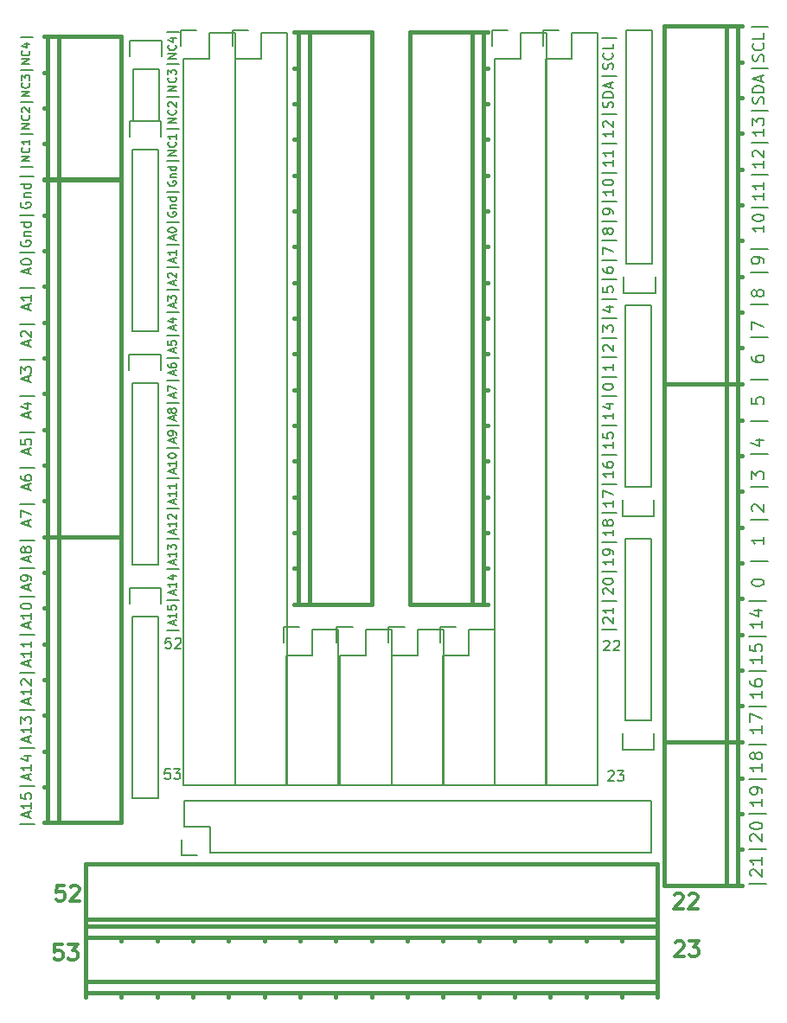
<source format=gto>
G04 #@! TF.FileFunction,Legend,Top*
%FSLAX46Y46*%
G04 Gerber Fmt 4.6, Leading zero omitted, Abs format (unit mm)*
G04 Created by KiCad (PCBNEW 201609150817+7155~55~ubuntu16.04.1-) date Thu Sep 29 09:43:48 2016*
%MOMM*%
%LPD*%
G01*
G04 APERTURE LIST*
%ADD10C,0.100000*%
%ADD11C,0.381000*%
%ADD12C,0.150000*%
%ADD13C,0.300000*%
G04 APERTURE END LIST*
D10*
D11*
X89316400Y-57750400D02*
X89316400Y-113750400D01*
X96916400Y-57750400D02*
X89316400Y-57750400D01*
X89316400Y-113750400D02*
X96916400Y-113750400D01*
X96516400Y-113750400D02*
X96516400Y-57750400D01*
X95416400Y-113750400D02*
X95416400Y-57750400D01*
X96516400Y-99750400D02*
X96916400Y-99750400D01*
X96516400Y-106750400D02*
X96916400Y-106750400D01*
X96516400Y-110250400D02*
X96916400Y-110250400D01*
X96516400Y-96250400D02*
X96916400Y-96250400D01*
X96516400Y-92750400D02*
X96916400Y-92750400D01*
X96516400Y-103250400D02*
X96916400Y-103250400D01*
X96516400Y-89250400D02*
X96916400Y-89250400D01*
X96516400Y-82250400D02*
X96916400Y-82250400D01*
X96516400Y-85750400D02*
X96916400Y-85750400D01*
X96516400Y-78750400D02*
X96916400Y-78750400D01*
X96516400Y-75250400D02*
X96916400Y-75250400D01*
X96516400Y-68250400D02*
X96916400Y-68250400D01*
X96516400Y-71750400D02*
X96916400Y-71750400D01*
X96516400Y-64750400D02*
X96916400Y-64750400D01*
X96516400Y-61250400D02*
X96916400Y-61250400D01*
X78388000Y-110250400D02*
X77988000Y-110250400D01*
X78388000Y-106750400D02*
X77988000Y-106750400D01*
X78388000Y-99750400D02*
X77988000Y-99750400D01*
X78388000Y-103250400D02*
X77988000Y-103250400D01*
X78388000Y-96250400D02*
X77988000Y-96250400D01*
X78388000Y-92750400D02*
X77988000Y-92750400D01*
X78388000Y-85750400D02*
X77988000Y-85750400D01*
X78388000Y-89250400D02*
X77988000Y-89250400D01*
X78388000Y-82250400D02*
X77988000Y-82250400D01*
X78388000Y-68250400D02*
X77988000Y-68250400D01*
X78388000Y-78750400D02*
X77988000Y-78750400D01*
X78388000Y-75250400D02*
X77988000Y-75250400D01*
X78388000Y-61250400D02*
X77988000Y-61250400D01*
X78388000Y-64750400D02*
X77988000Y-64750400D01*
X78388000Y-71750400D02*
X77988000Y-71750400D01*
X79488000Y-57750400D02*
X79488000Y-113750400D01*
X78388000Y-57750400D02*
X78388000Y-113750400D01*
X85588000Y-57750400D02*
X77988000Y-57750400D01*
X77988000Y-113750400D02*
X85588000Y-113750400D01*
X85588000Y-113750400D02*
X85588000Y-57750400D01*
D12*
X61899200Y-58597200D02*
X64999200Y-58597200D01*
X61899200Y-60147200D02*
X61899200Y-58597200D01*
X64719200Y-61417200D02*
X62179200Y-61417200D01*
X64999200Y-58597200D02*
X64999200Y-60147200D01*
X64719200Y-66497200D02*
X64719200Y-61417200D01*
X62179200Y-66497200D02*
X64719200Y-66497200D01*
X62179200Y-61417200D02*
X62179200Y-66497200D01*
D11*
X53851600Y-61676400D02*
X53451600Y-61676400D01*
X53851600Y-65176400D02*
X53451600Y-65176400D01*
X53851600Y-68676400D02*
X53451600Y-68676400D01*
X54951600Y-58176400D02*
X54951600Y-72176400D01*
X53851600Y-58176400D02*
X53851600Y-72176400D01*
X61051600Y-58176400D02*
X53451600Y-58176400D01*
X53451600Y-72176400D02*
X61051600Y-72176400D01*
X61051600Y-72176400D02*
X61051600Y-58176400D01*
D12*
X61848400Y-66471200D02*
X64948400Y-66471200D01*
X61848400Y-68021200D02*
X61848400Y-66471200D01*
X64668400Y-69291200D02*
X62128400Y-69291200D01*
X64948400Y-66471200D02*
X64948400Y-68021200D01*
X62128400Y-87071200D02*
X62128400Y-69291200D01*
X64668400Y-87071200D02*
X62128400Y-87071200D01*
X64668400Y-69291200D02*
X64668400Y-87071200D01*
X64617600Y-92151200D02*
X64617600Y-109931200D01*
X64617600Y-109931200D02*
X62077600Y-109931200D01*
X62077600Y-109931200D02*
X62077600Y-92151200D01*
X64897600Y-89331200D02*
X64897600Y-90881200D01*
X64617600Y-92151200D02*
X62077600Y-92151200D01*
X61797600Y-90881200D02*
X61797600Y-89331200D01*
X61797600Y-89331200D02*
X64897600Y-89331200D01*
X110388400Y-125171200D02*
X110388400Y-107391200D01*
X110388400Y-107391200D02*
X112928400Y-107391200D01*
X112928400Y-107391200D02*
X112928400Y-125171200D01*
X110108400Y-127991200D02*
X110108400Y-126441200D01*
X110388400Y-125171200D02*
X112928400Y-125171200D01*
X113208400Y-126441200D02*
X113208400Y-127991200D01*
X113208400Y-127991200D02*
X110108400Y-127991200D01*
X113208400Y-105131200D02*
X110108400Y-105131200D01*
X113208400Y-103581200D02*
X113208400Y-105131200D01*
X110388400Y-102311200D02*
X112928400Y-102311200D01*
X110108400Y-105131200D02*
X110108400Y-103581200D01*
X112928400Y-84531200D02*
X112928400Y-102311200D01*
X110388400Y-84531200D02*
X112928400Y-84531200D01*
X110388400Y-102311200D02*
X110388400Y-84531200D01*
X82296000Y-131521200D02*
X82296000Y-116281200D01*
X77216000Y-118821200D02*
X77216000Y-131521200D01*
X82296000Y-131521200D02*
X77216000Y-131521200D01*
X82296000Y-116281200D02*
X79756000Y-116281200D01*
X78486000Y-116001200D02*
X76936000Y-116001200D01*
X79756000Y-116281200D02*
X79756000Y-118821200D01*
X79756000Y-118821200D02*
X77216000Y-118821200D01*
X76936000Y-116001200D02*
X76936000Y-117551200D01*
X82117600Y-116001200D02*
X82117600Y-117551200D01*
X84937600Y-118821200D02*
X82397600Y-118821200D01*
X84937600Y-116281200D02*
X84937600Y-118821200D01*
X83667600Y-116001200D02*
X82117600Y-116001200D01*
X87477600Y-116281200D02*
X84937600Y-116281200D01*
X87477600Y-131521200D02*
X82397600Y-131521200D01*
X82397600Y-118821200D02*
X82397600Y-131521200D01*
X87477600Y-131521200D02*
X87477600Y-116281200D01*
X92557600Y-131521200D02*
X92557600Y-116281200D01*
X87477600Y-118821200D02*
X87477600Y-131521200D01*
X92557600Y-131521200D02*
X87477600Y-131521200D01*
X92557600Y-116281200D02*
X90017600Y-116281200D01*
X88747600Y-116001200D02*
X87197600Y-116001200D01*
X90017600Y-116281200D02*
X90017600Y-118821200D01*
X90017600Y-118821200D02*
X87477600Y-118821200D01*
X87197600Y-116001200D02*
X87197600Y-117551200D01*
X92226800Y-116001200D02*
X92226800Y-117551200D01*
X95046800Y-118821200D02*
X92506800Y-118821200D01*
X95046800Y-116281200D02*
X95046800Y-118821200D01*
X93776800Y-116001200D02*
X92226800Y-116001200D01*
X97586800Y-116281200D02*
X95046800Y-116281200D01*
X97586800Y-131521200D02*
X92506800Y-131521200D01*
X92506800Y-118821200D02*
X92506800Y-131521200D01*
X97586800Y-131521200D02*
X97586800Y-116281200D01*
X66928400Y-138354400D02*
X68478400Y-138354400D01*
X69748400Y-135534400D02*
X69748400Y-138074400D01*
X67208400Y-135534400D02*
X69748400Y-135534400D01*
X66928400Y-136804400D02*
X66928400Y-138354400D01*
X67208400Y-132994400D02*
X67208400Y-135534400D01*
X112928400Y-132994400D02*
X112928400Y-138074400D01*
X112928400Y-138074400D02*
X69748400Y-138074400D01*
X67208400Y-132994400D02*
X112928400Y-132994400D01*
X77266800Y-131521200D02*
X77266800Y-57861200D01*
X72186800Y-60401200D02*
X72186800Y-131521200D01*
X77266800Y-131521200D02*
X72186800Y-131521200D01*
X77266800Y-57861200D02*
X74726800Y-57861200D01*
X73456800Y-57581200D02*
X71906800Y-57581200D01*
X74726800Y-57861200D02*
X74726800Y-60401200D01*
X74726800Y-60401200D02*
X72186800Y-60401200D01*
X71906800Y-57581200D02*
X71906800Y-59131200D01*
X102336000Y-57530400D02*
X102336000Y-59080400D01*
X105156000Y-60350400D02*
X102616000Y-60350400D01*
X105156000Y-57810400D02*
X105156000Y-60350400D01*
X103886000Y-57530400D02*
X102336000Y-57530400D01*
X107696000Y-57810400D02*
X105156000Y-57810400D01*
X107696000Y-131470400D02*
X102616000Y-131470400D01*
X102616000Y-60350400D02*
X102616000Y-131470400D01*
X107696000Y-131470400D02*
X107696000Y-57810400D01*
X102666800Y-131470400D02*
X102666800Y-57810400D01*
X97586800Y-60350400D02*
X97586800Y-131470400D01*
X102666800Y-131470400D02*
X97586800Y-131470400D01*
X102666800Y-57810400D02*
X100126800Y-57810400D01*
X98856800Y-57530400D02*
X97306800Y-57530400D01*
X100126800Y-57810400D02*
X100126800Y-60350400D01*
X100126800Y-60350400D02*
X97586800Y-60350400D01*
X97306800Y-57530400D02*
X97306800Y-59080400D01*
X66826800Y-57581200D02*
X66826800Y-59131200D01*
X69646800Y-60401200D02*
X67106800Y-60401200D01*
X69646800Y-57861200D02*
X69646800Y-60401200D01*
X68376800Y-57581200D02*
X66826800Y-57581200D01*
X72186800Y-57861200D02*
X69646800Y-57861200D01*
X72186800Y-131521200D02*
X67106800Y-131521200D01*
X67106800Y-60401200D02*
X67106800Y-131521200D01*
X72186800Y-131521200D02*
X72186800Y-57861200D01*
D11*
X121408400Y-64176000D02*
X121808400Y-64176000D01*
X121408400Y-60676000D02*
X121808400Y-60676000D01*
X121408400Y-67676000D02*
X121808400Y-67676000D01*
X121408400Y-81676000D02*
X121808400Y-81676000D01*
X121408400Y-71176000D02*
X121808400Y-71176000D01*
X121408400Y-74676000D02*
X121808400Y-74676000D01*
X121408400Y-88676000D02*
X121808400Y-88676000D01*
X121408400Y-85176000D02*
X121808400Y-85176000D01*
X121408400Y-78176000D02*
X121808400Y-78176000D01*
X120308400Y-92176000D02*
X120308400Y-57176000D01*
X121408400Y-92176000D02*
X121408400Y-57176000D01*
X114208400Y-92176000D02*
X121808400Y-92176000D01*
X121808400Y-57176000D02*
X114208400Y-57176000D01*
X114208400Y-57176000D02*
X114208400Y-92176000D01*
X114208400Y-92228000D02*
X114208400Y-127228000D01*
X121808400Y-92228000D02*
X114208400Y-92228000D01*
X114208400Y-127228000D02*
X121808400Y-127228000D01*
X121408400Y-127228000D02*
X121408400Y-92228000D01*
X120308400Y-127228000D02*
X120308400Y-92228000D01*
X121408400Y-113228000D02*
X121808400Y-113228000D01*
X121408400Y-120228000D02*
X121808400Y-120228000D01*
X121408400Y-123728000D02*
X121808400Y-123728000D01*
X121408400Y-109728000D02*
X121808400Y-109728000D01*
X121408400Y-106228000D02*
X121808400Y-106228000D01*
X121408400Y-116728000D02*
X121808400Y-116728000D01*
X121408400Y-102728000D02*
X121808400Y-102728000D01*
X121408400Y-95728000D02*
X121808400Y-95728000D01*
X121408400Y-99228000D02*
X121808400Y-99228000D01*
X53851600Y-100162000D02*
X53451600Y-100162000D01*
X53851600Y-103662000D02*
X53451600Y-103662000D01*
X53851600Y-96662000D02*
X53451600Y-96662000D01*
X53851600Y-82662000D02*
X53451600Y-82662000D01*
X53851600Y-93162000D02*
X53451600Y-93162000D01*
X53851600Y-89662000D02*
X53451600Y-89662000D01*
X53851600Y-75662000D02*
X53451600Y-75662000D01*
X53851600Y-79162000D02*
X53451600Y-79162000D01*
X53851600Y-86162000D02*
X53451600Y-86162000D01*
X54951600Y-72162000D02*
X54951600Y-107162000D01*
X53851600Y-72162000D02*
X53851600Y-107162000D01*
X61051600Y-72162000D02*
X53451600Y-72162000D01*
X53451600Y-107162000D02*
X61051600Y-107162000D01*
X61051600Y-107162000D02*
X61051600Y-72162000D01*
X113547200Y-139151200D02*
X57547200Y-139151200D01*
X113547200Y-146751200D02*
X113547200Y-139151200D01*
X57547200Y-139151200D02*
X57547200Y-146751200D01*
X57547200Y-146351200D02*
X113547200Y-146351200D01*
X57547200Y-145251200D02*
X113547200Y-145251200D01*
X71547200Y-146351200D02*
X71547200Y-146751200D01*
X64547200Y-146351200D02*
X64547200Y-146751200D01*
X61047200Y-146351200D02*
X61047200Y-146751200D01*
X75047200Y-146351200D02*
X75047200Y-146751200D01*
X78547200Y-146351200D02*
X78547200Y-146751200D01*
X68047200Y-146351200D02*
X68047200Y-146751200D01*
X82047200Y-146351200D02*
X82047200Y-146751200D01*
X89047200Y-146351200D02*
X89047200Y-146751200D01*
X85547200Y-146351200D02*
X85547200Y-146751200D01*
X92547200Y-146351200D02*
X92547200Y-146751200D01*
X96047200Y-146351200D02*
X96047200Y-146751200D01*
X103047200Y-146351200D02*
X103047200Y-146751200D01*
X99547200Y-146351200D02*
X99547200Y-146751200D01*
X106547200Y-146351200D02*
X106547200Y-146751200D01*
X110047200Y-146351200D02*
X110047200Y-146751200D01*
X110047200Y-151786800D02*
X110047200Y-152186800D01*
X106547200Y-151786800D02*
X106547200Y-152186800D01*
X99547200Y-151786800D02*
X99547200Y-152186800D01*
X103047200Y-151786800D02*
X103047200Y-152186800D01*
X96047200Y-151786800D02*
X96047200Y-152186800D01*
X92547200Y-151786800D02*
X92547200Y-152186800D01*
X85547200Y-151786800D02*
X85547200Y-152186800D01*
X89047200Y-151786800D02*
X89047200Y-152186800D01*
X82047200Y-151786800D02*
X82047200Y-152186800D01*
X68047200Y-151786800D02*
X68047200Y-152186800D01*
X78547200Y-151786800D02*
X78547200Y-152186800D01*
X75047200Y-151786800D02*
X75047200Y-152186800D01*
X61047200Y-151786800D02*
X61047200Y-152186800D01*
X64547200Y-151786800D02*
X64547200Y-152186800D01*
X71547200Y-151786800D02*
X71547200Y-152186800D01*
X57547200Y-150686800D02*
X113547200Y-150686800D01*
X57547200Y-151786800D02*
X113547200Y-151786800D01*
X57547200Y-144586800D02*
X57547200Y-152186800D01*
X113547200Y-152186800D02*
X113547200Y-144586800D01*
X113547200Y-144586800D02*
X57547200Y-144586800D01*
X121408400Y-137764400D02*
X121808400Y-137764400D01*
X121408400Y-134264400D02*
X121808400Y-134264400D01*
X121408400Y-130764400D02*
X121808400Y-130764400D01*
X120308400Y-141264400D02*
X120308400Y-127264400D01*
X121408400Y-141264400D02*
X121408400Y-127264400D01*
X114208400Y-141264400D02*
X121808400Y-141264400D01*
X121808400Y-127264400D02*
X114208400Y-127264400D01*
X114208400Y-127264400D02*
X114208400Y-141264400D01*
X53851600Y-131658000D02*
X53451600Y-131658000D01*
X53851600Y-117658000D02*
X53451600Y-117658000D01*
X53851600Y-128158000D02*
X53451600Y-128158000D01*
X53851600Y-124658000D02*
X53451600Y-124658000D01*
X53851600Y-110658000D02*
X53451600Y-110658000D01*
X53851600Y-114158000D02*
X53451600Y-114158000D01*
X53851600Y-121158000D02*
X53451600Y-121158000D01*
X54951600Y-107158000D02*
X54951600Y-135158000D01*
X53851600Y-107158000D02*
X53851600Y-135158000D01*
X61051600Y-107158000D02*
X53451600Y-107158000D01*
X53451600Y-135158000D02*
X61051600Y-135158000D01*
X61051600Y-135158000D02*
X61051600Y-107158000D01*
D12*
X113310000Y-83287200D02*
X110210000Y-83287200D01*
X113310000Y-81737200D02*
X113310000Y-83287200D01*
X110490000Y-80467200D02*
X113030000Y-80467200D01*
X110210000Y-83287200D02*
X110210000Y-81737200D01*
X113030000Y-57607200D02*
X113030000Y-80467200D01*
X110490000Y-57607200D02*
X113030000Y-57607200D01*
X110490000Y-80467200D02*
X110490000Y-57607200D01*
X61848400Y-112191200D02*
X64948400Y-112191200D01*
X61848400Y-113741200D02*
X61848400Y-112191200D01*
X64668400Y-115011200D02*
X62128400Y-115011200D01*
X64948400Y-112191200D02*
X64948400Y-113741200D01*
X62128400Y-132791200D02*
X62128400Y-115011200D01*
X64668400Y-132791200D02*
X62128400Y-132791200D01*
X64668400Y-115011200D02*
X64668400Y-132791200D01*
D13*
D12*
X66668571Y-70382609D02*
X65525714Y-70382609D01*
X66401904Y-69811180D02*
X65601904Y-69811180D01*
X66401904Y-69354038D01*
X65601904Y-69354038D01*
X66325714Y-68515942D02*
X66363809Y-68554038D01*
X66401904Y-68668323D01*
X66401904Y-68744514D01*
X66363809Y-68858800D01*
X66287619Y-68934990D01*
X66211428Y-68973085D01*
X66059047Y-69011180D01*
X65944761Y-69011180D01*
X65792380Y-68973085D01*
X65716190Y-68934990D01*
X65640000Y-68858800D01*
X65601904Y-68744514D01*
X65601904Y-68668323D01*
X65640000Y-68554038D01*
X65678095Y-68515942D01*
X66401904Y-67754038D02*
X66401904Y-68211180D01*
X66401904Y-67982609D02*
X65601904Y-67982609D01*
X65716190Y-68058800D01*
X65792380Y-68134990D01*
X65830476Y-68211180D01*
X66668571Y-67220704D02*
X65525714Y-67220704D01*
X66401904Y-66649276D02*
X65601904Y-66649276D01*
X66401904Y-66192133D01*
X65601904Y-66192133D01*
X66325714Y-65354038D02*
X66363809Y-65392133D01*
X66401904Y-65506419D01*
X66401904Y-65582609D01*
X66363809Y-65696895D01*
X66287619Y-65773085D01*
X66211428Y-65811180D01*
X66059047Y-65849276D01*
X65944761Y-65849276D01*
X65792380Y-65811180D01*
X65716190Y-65773085D01*
X65640000Y-65696895D01*
X65601904Y-65582609D01*
X65601904Y-65506419D01*
X65640000Y-65392133D01*
X65678095Y-65354038D01*
X65678095Y-65049276D02*
X65640000Y-65011180D01*
X65601904Y-64934990D01*
X65601904Y-64744514D01*
X65640000Y-64668323D01*
X65678095Y-64630228D01*
X65754285Y-64592133D01*
X65830476Y-64592133D01*
X65944761Y-64630228D01*
X66401904Y-65087371D01*
X66401904Y-64592133D01*
X66668571Y-64058800D02*
X65525714Y-64058800D01*
X66401904Y-63487371D02*
X65601904Y-63487371D01*
X66401904Y-63030228D01*
X65601904Y-63030228D01*
X66325714Y-62192133D02*
X66363809Y-62230228D01*
X66401904Y-62344514D01*
X66401904Y-62420704D01*
X66363809Y-62534990D01*
X66287619Y-62611180D01*
X66211428Y-62649276D01*
X66059047Y-62687371D01*
X65944761Y-62687371D01*
X65792380Y-62649276D01*
X65716190Y-62611180D01*
X65640000Y-62534990D01*
X65601904Y-62420704D01*
X65601904Y-62344514D01*
X65640000Y-62230228D01*
X65678095Y-62192133D01*
X65601904Y-61925466D02*
X65601904Y-61430228D01*
X65906666Y-61696895D01*
X65906666Y-61582609D01*
X65944761Y-61506419D01*
X65982857Y-61468323D01*
X66059047Y-61430228D01*
X66249523Y-61430228D01*
X66325714Y-61468323D01*
X66363809Y-61506419D01*
X66401904Y-61582609D01*
X66401904Y-61811180D01*
X66363809Y-61887371D01*
X66325714Y-61925466D01*
X66668571Y-60896895D02*
X65525714Y-60896895D01*
X66401904Y-60325466D02*
X65601904Y-60325466D01*
X66401904Y-59868323D01*
X65601904Y-59868323D01*
X66325714Y-59030228D02*
X66363809Y-59068323D01*
X66401904Y-59182609D01*
X66401904Y-59258800D01*
X66363809Y-59373085D01*
X66287619Y-59449276D01*
X66211428Y-59487371D01*
X66059047Y-59525466D01*
X65944761Y-59525466D01*
X65792380Y-59487371D01*
X65716190Y-59449276D01*
X65640000Y-59373085D01*
X65601904Y-59258800D01*
X65601904Y-59182609D01*
X65640000Y-59068323D01*
X65678095Y-59030228D01*
X65868571Y-58344514D02*
X66401904Y-58344514D01*
X65563809Y-58534990D02*
X66135238Y-58725466D01*
X66135238Y-58230228D01*
X66668571Y-57734990D02*
X65525714Y-57734990D01*
D13*
D12*
X123941619Y-76666323D02*
X123941619Y-77294895D01*
X123941619Y-76980609D02*
X122841619Y-76980609D01*
X122998761Y-77085371D01*
X123103523Y-77190133D01*
X123155904Y-77294895D01*
X122841619Y-75985371D02*
X122841619Y-75880609D01*
X122894000Y-75775847D01*
X122946380Y-75723466D01*
X123051142Y-75671085D01*
X123260666Y-75618704D01*
X123522571Y-75618704D01*
X123732095Y-75671085D01*
X123836857Y-75723466D01*
X123889238Y-75775847D01*
X123941619Y-75880609D01*
X123941619Y-75985371D01*
X123889238Y-76090133D01*
X123836857Y-76142514D01*
X123732095Y-76194895D01*
X123522571Y-76247276D01*
X123260666Y-76247276D01*
X123051142Y-76194895D01*
X122946380Y-76142514D01*
X122894000Y-76090133D01*
X122841619Y-75985371D01*
X124308285Y-74885371D02*
X122736857Y-74885371D01*
X123941619Y-73523466D02*
X123941619Y-74152038D01*
X123941619Y-73837752D02*
X122841619Y-73837752D01*
X122998761Y-73942514D01*
X123103523Y-74047276D01*
X123155904Y-74152038D01*
X123941619Y-72475847D02*
X123941619Y-73104419D01*
X123941619Y-72790133D02*
X122841619Y-72790133D01*
X122998761Y-72894895D01*
X123103523Y-72999657D01*
X123155904Y-73104419D01*
X124308285Y-71742514D02*
X122736857Y-71742514D01*
X123941619Y-70380609D02*
X123941619Y-71009180D01*
X123941619Y-70694895D02*
X122841619Y-70694895D01*
X122998761Y-70799657D01*
X123103523Y-70904419D01*
X123155904Y-71009180D01*
X122946380Y-69961561D02*
X122894000Y-69909180D01*
X122841619Y-69804419D01*
X122841619Y-69542514D01*
X122894000Y-69437752D01*
X122946380Y-69385371D01*
X123051142Y-69332990D01*
X123155904Y-69332990D01*
X123313047Y-69385371D01*
X123941619Y-70013942D01*
X123941619Y-69332990D01*
X124308285Y-68599657D02*
X122736857Y-68599657D01*
X123941619Y-67237752D02*
X123941619Y-67866323D01*
X123941619Y-67552038D02*
X122841619Y-67552038D01*
X122998761Y-67656800D01*
X123103523Y-67761561D01*
X123155904Y-67866323D01*
X122841619Y-66871085D02*
X122841619Y-66190133D01*
X123260666Y-66556800D01*
X123260666Y-66399657D01*
X123313047Y-66294895D01*
X123365428Y-66242514D01*
X123470190Y-66190133D01*
X123732095Y-66190133D01*
X123836857Y-66242514D01*
X123889238Y-66294895D01*
X123941619Y-66399657D01*
X123941619Y-66713942D01*
X123889238Y-66818704D01*
X123836857Y-66871085D01*
X124308285Y-65456800D02*
X122736857Y-65456800D01*
X123889238Y-64723466D02*
X123941619Y-64566323D01*
X123941619Y-64304419D01*
X123889238Y-64199657D01*
X123836857Y-64147276D01*
X123732095Y-64094895D01*
X123627333Y-64094895D01*
X123522571Y-64147276D01*
X123470190Y-64199657D01*
X123417809Y-64304419D01*
X123365428Y-64513942D01*
X123313047Y-64618704D01*
X123260666Y-64671085D01*
X123155904Y-64723466D01*
X123051142Y-64723466D01*
X122946380Y-64671085D01*
X122894000Y-64618704D01*
X122841619Y-64513942D01*
X122841619Y-64252038D01*
X122894000Y-64094895D01*
X123941619Y-63623466D02*
X122841619Y-63623466D01*
X122841619Y-63361561D01*
X122894000Y-63204419D01*
X122998761Y-63099657D01*
X123103523Y-63047276D01*
X123313047Y-62994895D01*
X123470190Y-62994895D01*
X123679714Y-63047276D01*
X123784476Y-63099657D01*
X123889238Y-63204419D01*
X123941619Y-63361561D01*
X123941619Y-63623466D01*
X123627333Y-62575847D02*
X123627333Y-62052038D01*
X123941619Y-62680609D02*
X122841619Y-62313942D01*
X123941619Y-61947276D01*
X124308285Y-61318704D02*
X122736857Y-61318704D01*
X123889238Y-60585371D02*
X123941619Y-60428228D01*
X123941619Y-60166323D01*
X123889238Y-60061561D01*
X123836857Y-60009180D01*
X123732095Y-59956800D01*
X123627333Y-59956800D01*
X123522571Y-60009180D01*
X123470190Y-60061561D01*
X123417809Y-60166323D01*
X123365428Y-60375847D01*
X123313047Y-60480609D01*
X123260666Y-60532990D01*
X123155904Y-60585371D01*
X123051142Y-60585371D01*
X122946380Y-60532990D01*
X122894000Y-60480609D01*
X122841619Y-60375847D01*
X122841619Y-60113942D01*
X122894000Y-59956800D01*
X123836857Y-58856800D02*
X123889238Y-58909180D01*
X123941619Y-59066323D01*
X123941619Y-59171085D01*
X123889238Y-59328228D01*
X123784476Y-59432990D01*
X123679714Y-59485371D01*
X123470190Y-59537752D01*
X123313047Y-59537752D01*
X123103523Y-59485371D01*
X122998761Y-59432990D01*
X122894000Y-59328228D01*
X122841619Y-59171085D01*
X122841619Y-59066323D01*
X122894000Y-58909180D01*
X122946380Y-58856800D01*
X123941619Y-57861561D02*
X123941619Y-58385371D01*
X122841619Y-58385371D01*
X124308285Y-57232990D02*
X122736857Y-57232990D01*
X52550914Y-135289599D02*
X51122342Y-135289599D01*
X51931866Y-134622933D02*
X51931866Y-134146742D01*
X52217580Y-134718171D02*
X51217580Y-134384838D01*
X52217580Y-134051504D01*
X52217580Y-133194361D02*
X52217580Y-133765790D01*
X52217580Y-133480076D02*
X51217580Y-133480076D01*
X51360438Y-133575314D01*
X51455676Y-133670552D01*
X51503295Y-133765790D01*
X51217580Y-132289599D02*
X51217580Y-132765790D01*
X51693771Y-132813409D01*
X51646152Y-132765790D01*
X51598533Y-132670552D01*
X51598533Y-132432457D01*
X51646152Y-132337219D01*
X51693771Y-132289599D01*
X51789009Y-132241980D01*
X52027104Y-132241980D01*
X52122342Y-132289599D01*
X52169961Y-132337219D01*
X52217580Y-132432457D01*
X52217580Y-132670552D01*
X52169961Y-132765790D01*
X52122342Y-132813409D01*
X52550914Y-131575314D02*
X51122342Y-131575314D01*
X51931866Y-130908647D02*
X51931866Y-130432457D01*
X52217580Y-131003885D02*
X51217580Y-130670552D01*
X52217580Y-130337219D01*
X52217580Y-129480076D02*
X52217580Y-130051504D01*
X52217580Y-129765790D02*
X51217580Y-129765790D01*
X51360438Y-129861028D01*
X51455676Y-129956266D01*
X51503295Y-130051504D01*
X51550914Y-128622933D02*
X52217580Y-128622933D01*
X51169961Y-128861028D02*
X51884247Y-129099123D01*
X51884247Y-128480076D01*
X52550914Y-127861028D02*
X51122342Y-127861028D01*
X51931866Y-127194361D02*
X51931866Y-126718171D01*
X52217580Y-127289599D02*
X51217580Y-126956266D01*
X52217580Y-126622933D01*
X52217580Y-125765790D02*
X52217580Y-126337219D01*
X52217580Y-126051504D02*
X51217580Y-126051504D01*
X51360438Y-126146742D01*
X51455676Y-126241980D01*
X51503295Y-126337219D01*
X51217580Y-125432457D02*
X51217580Y-124813409D01*
X51598533Y-125146742D01*
X51598533Y-125003885D01*
X51646152Y-124908647D01*
X51693771Y-124861028D01*
X51789009Y-124813409D01*
X52027104Y-124813409D01*
X52122342Y-124861028D01*
X52169961Y-124908647D01*
X52217580Y-125003885D01*
X52217580Y-125289599D01*
X52169961Y-125384838D01*
X52122342Y-125432457D01*
X52550914Y-124146742D02*
X51122342Y-124146742D01*
X51931866Y-123480076D02*
X51931866Y-123003885D01*
X52217580Y-123575314D02*
X51217580Y-123241980D01*
X52217580Y-122908647D01*
X52217580Y-122051504D02*
X52217580Y-122622933D01*
X52217580Y-122337219D02*
X51217580Y-122337219D01*
X51360438Y-122432457D01*
X51455676Y-122527695D01*
X51503295Y-122622933D01*
X51312819Y-121670552D02*
X51265200Y-121622933D01*
X51217580Y-121527695D01*
X51217580Y-121289599D01*
X51265200Y-121194361D01*
X51312819Y-121146742D01*
X51408057Y-121099123D01*
X51503295Y-121099123D01*
X51646152Y-121146742D01*
X52217580Y-121718171D01*
X52217580Y-121099123D01*
X52550914Y-120432457D02*
X51122342Y-120432457D01*
X51931866Y-119765790D02*
X51931866Y-119289599D01*
X52217580Y-119861028D02*
X51217580Y-119527695D01*
X52217580Y-119194361D01*
X52217580Y-118337219D02*
X52217580Y-118908647D01*
X52217580Y-118622933D02*
X51217580Y-118622933D01*
X51360438Y-118718171D01*
X51455676Y-118813409D01*
X51503295Y-118908647D01*
X52217580Y-117384838D02*
X52217580Y-117956266D01*
X52217580Y-117670552D02*
X51217580Y-117670552D01*
X51360438Y-117765790D01*
X51455676Y-117861028D01*
X51503295Y-117956266D01*
X52550914Y-116718171D02*
X51122342Y-116718171D01*
X51931866Y-116051504D02*
X51931866Y-115575314D01*
X52217580Y-116146742D02*
X51217580Y-115813409D01*
X52217580Y-115480076D01*
X52217580Y-114622933D02*
X52217580Y-115194361D01*
X52217580Y-114908647D02*
X51217580Y-114908647D01*
X51360438Y-115003885D01*
X51455676Y-115099123D01*
X51503295Y-115194361D01*
X51217580Y-114003885D02*
X51217580Y-113908647D01*
X51265200Y-113813409D01*
X51312819Y-113765790D01*
X51408057Y-113718171D01*
X51598533Y-113670552D01*
X51836628Y-113670552D01*
X52027104Y-113718171D01*
X52122342Y-113765790D01*
X52169961Y-113813409D01*
X52217580Y-113908647D01*
X52217580Y-114003885D01*
X52169961Y-114099123D01*
X52122342Y-114146742D01*
X52027104Y-114194361D01*
X51836628Y-114241980D01*
X51598533Y-114241980D01*
X51408057Y-114194361D01*
X51312819Y-114146742D01*
X51265200Y-114099123D01*
X51217580Y-114003885D01*
X52550914Y-113003885D02*
X51122342Y-113003885D01*
X51931866Y-112337219D02*
X51931866Y-111861028D01*
X52217580Y-112432457D02*
X51217580Y-112099123D01*
X52217580Y-111765790D01*
X52217580Y-111384838D02*
X52217580Y-111194361D01*
X52169961Y-111099123D01*
X52122342Y-111051504D01*
X51979485Y-110956266D01*
X51789009Y-110908647D01*
X51408057Y-110908647D01*
X51312819Y-110956266D01*
X51265200Y-111003885D01*
X51217580Y-111099123D01*
X51217580Y-111289599D01*
X51265200Y-111384838D01*
X51312819Y-111432457D01*
X51408057Y-111480076D01*
X51646152Y-111480076D01*
X51741390Y-111432457D01*
X51789009Y-111384838D01*
X51836628Y-111289599D01*
X51836628Y-111099123D01*
X51789009Y-111003885D01*
X51741390Y-110956266D01*
X51646152Y-110908647D01*
X52550914Y-110241980D02*
X51122342Y-110241980D01*
X51931866Y-109575314D02*
X51931866Y-109099123D01*
X52217580Y-109670552D02*
X51217580Y-109337219D01*
X52217580Y-109003885D01*
X51646152Y-108527695D02*
X51598533Y-108622933D01*
X51550914Y-108670552D01*
X51455676Y-108718171D01*
X51408057Y-108718171D01*
X51312819Y-108670552D01*
X51265200Y-108622933D01*
X51217580Y-108527695D01*
X51217580Y-108337219D01*
X51265200Y-108241980D01*
X51312819Y-108194361D01*
X51408057Y-108146742D01*
X51455676Y-108146742D01*
X51550914Y-108194361D01*
X51598533Y-108241980D01*
X51646152Y-108337219D01*
X51646152Y-108527695D01*
X51693771Y-108622933D01*
X51741390Y-108670552D01*
X51836628Y-108718171D01*
X52027104Y-108718171D01*
X52122342Y-108670552D01*
X52169961Y-108622933D01*
X52217580Y-108527695D01*
X52217580Y-108337219D01*
X52169961Y-108241980D01*
X52122342Y-108194361D01*
X52027104Y-108146742D01*
X51836628Y-108146742D01*
X51741390Y-108194361D01*
X51693771Y-108241980D01*
X51646152Y-108337219D01*
X52550914Y-107480076D02*
X51122342Y-107480076D01*
X51931866Y-106051504D02*
X51931866Y-105575314D01*
X52217580Y-106146742D02*
X51217580Y-105813409D01*
X52217580Y-105480076D01*
X51217580Y-105241980D02*
X51217580Y-104575314D01*
X52217580Y-105003885D01*
X52550914Y-103956266D02*
X51122342Y-103956266D01*
X51931866Y-102527695D02*
X51931866Y-102051504D01*
X52217580Y-102622933D02*
X51217580Y-102289599D01*
X52217580Y-101956266D01*
X51217580Y-101194361D02*
X51217580Y-101384838D01*
X51265200Y-101480076D01*
X51312819Y-101527695D01*
X51455676Y-101622933D01*
X51646152Y-101670552D01*
X52027104Y-101670552D01*
X52122342Y-101622933D01*
X52169961Y-101575314D01*
X52217580Y-101480076D01*
X52217580Y-101289599D01*
X52169961Y-101194361D01*
X52122342Y-101146742D01*
X52027104Y-101099123D01*
X51789009Y-101099123D01*
X51693771Y-101146742D01*
X51646152Y-101194361D01*
X51598533Y-101289599D01*
X51598533Y-101480076D01*
X51646152Y-101575314D01*
X51693771Y-101622933D01*
X51789009Y-101670552D01*
X52550914Y-100432457D02*
X51122342Y-100432457D01*
X51931866Y-99003885D02*
X51931866Y-98527695D01*
X52217580Y-99099123D02*
X51217580Y-98765790D01*
X52217580Y-98432457D01*
X51217580Y-97622933D02*
X51217580Y-98099123D01*
X51693771Y-98146742D01*
X51646152Y-98099123D01*
X51598533Y-98003885D01*
X51598533Y-97765790D01*
X51646152Y-97670552D01*
X51693771Y-97622933D01*
X51789009Y-97575314D01*
X52027104Y-97575314D01*
X52122342Y-97622933D01*
X52169961Y-97670552D01*
X52217580Y-97765790D01*
X52217580Y-98003885D01*
X52169961Y-98099123D01*
X52122342Y-98146742D01*
X52550914Y-96908647D02*
X51122342Y-96908647D01*
X51931866Y-95480076D02*
X51931866Y-95003885D01*
X52217580Y-95575314D02*
X51217580Y-95241980D01*
X52217580Y-94908647D01*
X51550914Y-94146742D02*
X52217580Y-94146742D01*
X51169961Y-94384838D02*
X51884247Y-94622933D01*
X51884247Y-94003885D01*
X52550914Y-93384838D02*
X51122342Y-93384838D01*
X51931866Y-91956266D02*
X51931866Y-91480076D01*
X52217580Y-92051504D02*
X51217580Y-91718171D01*
X52217580Y-91384838D01*
X51217580Y-91146742D02*
X51217580Y-90527695D01*
X51598533Y-90861028D01*
X51598533Y-90718171D01*
X51646152Y-90622933D01*
X51693771Y-90575314D01*
X51789009Y-90527695D01*
X52027104Y-90527695D01*
X52122342Y-90575314D01*
X52169961Y-90622933D01*
X52217580Y-90718171D01*
X52217580Y-91003885D01*
X52169961Y-91099123D01*
X52122342Y-91146742D01*
X52550914Y-89861028D02*
X51122342Y-89861028D01*
X51931866Y-88432457D02*
X51931866Y-87956266D01*
X52217580Y-88527695D02*
X51217580Y-88194361D01*
X52217580Y-87861028D01*
X51312819Y-87575314D02*
X51265200Y-87527695D01*
X51217580Y-87432457D01*
X51217580Y-87194361D01*
X51265200Y-87099123D01*
X51312819Y-87051504D01*
X51408057Y-87003885D01*
X51503295Y-87003885D01*
X51646152Y-87051504D01*
X52217580Y-87622933D01*
X52217580Y-87003885D01*
X52550914Y-86337219D02*
X51122342Y-86337219D01*
X51931866Y-84908647D02*
X51931866Y-84432457D01*
X52217580Y-85003885D02*
X51217580Y-84670552D01*
X52217580Y-84337219D01*
X52217580Y-83480076D02*
X52217580Y-84051504D01*
X52217580Y-83765790D02*
X51217580Y-83765790D01*
X51360438Y-83861028D01*
X51455676Y-83956266D01*
X51503295Y-84051504D01*
X52550914Y-82813409D02*
X51122342Y-82813409D01*
X51931866Y-81384838D02*
X51931866Y-80908647D01*
X52217580Y-81480076D02*
X51217580Y-81146742D01*
X52217580Y-80813409D01*
X51217580Y-80289599D02*
X51217580Y-80194361D01*
X51265200Y-80099123D01*
X51312819Y-80051504D01*
X51408057Y-80003885D01*
X51598533Y-79956266D01*
X51836628Y-79956266D01*
X52027104Y-80003885D01*
X52122342Y-80051504D01*
X52169961Y-80099123D01*
X52217580Y-80194361D01*
X52217580Y-80289599D01*
X52169961Y-80384838D01*
X52122342Y-80432457D01*
X52027104Y-80480076D01*
X51836628Y-80527695D01*
X51598533Y-80527695D01*
X51408057Y-80480076D01*
X51312819Y-80432457D01*
X51265200Y-80384838D01*
X51217580Y-80289599D01*
X52550914Y-79289599D02*
X51122342Y-79289599D01*
X122736057Y-111700857D02*
X122736057Y-111586571D01*
X122793200Y-111472285D01*
X122850342Y-111415142D01*
X122964628Y-111358000D01*
X123193200Y-111300857D01*
X123478914Y-111300857D01*
X123707485Y-111358000D01*
X123821771Y-111415142D01*
X123878914Y-111472285D01*
X123936057Y-111586571D01*
X123936057Y-111700857D01*
X123878914Y-111815142D01*
X123821771Y-111872285D01*
X123707485Y-111929428D01*
X123478914Y-111986571D01*
X123193200Y-111986571D01*
X122964628Y-111929428D01*
X122850342Y-111872285D01*
X122793200Y-111815142D01*
X122736057Y-111700857D01*
X124336057Y-109586571D02*
X122621771Y-109586571D01*
X123936057Y-107186571D02*
X123936057Y-107872285D01*
X123936057Y-107529428D02*
X122736057Y-107529428D01*
X122907485Y-107643714D01*
X123021771Y-107758000D01*
X123078914Y-107872285D01*
X124336057Y-105472285D02*
X122621771Y-105472285D01*
X122850342Y-104672285D02*
X122793200Y-104615142D01*
X122736057Y-104500857D01*
X122736057Y-104215142D01*
X122793200Y-104100857D01*
X122850342Y-104043714D01*
X122964628Y-103986571D01*
X123078914Y-103986571D01*
X123250342Y-104043714D01*
X123936057Y-104729428D01*
X123936057Y-103986571D01*
X124336057Y-102272285D02*
X122621771Y-102272285D01*
X122736057Y-101529428D02*
X122736057Y-100786571D01*
X123193200Y-101186571D01*
X123193200Y-101015142D01*
X123250342Y-100900857D01*
X123307485Y-100843714D01*
X123421771Y-100786571D01*
X123707485Y-100786571D01*
X123821771Y-100843714D01*
X123878914Y-100900857D01*
X123936057Y-101015142D01*
X123936057Y-101358000D01*
X123878914Y-101472285D01*
X123821771Y-101529428D01*
X124336057Y-99072285D02*
X122621771Y-99072285D01*
X123136057Y-97700857D02*
X123936057Y-97700857D01*
X122678914Y-97986571D02*
X123536057Y-98272285D01*
X123536057Y-97529428D01*
X124336057Y-95872285D02*
X122621771Y-95872285D01*
X122736057Y-93529428D02*
X122736057Y-94100857D01*
X123307485Y-94158000D01*
X123250342Y-94100857D01*
X123193200Y-93986571D01*
X123193200Y-93700857D01*
X123250342Y-93586571D01*
X123307485Y-93529428D01*
X123421771Y-93472285D01*
X123707485Y-93472285D01*
X123821771Y-93529428D01*
X123878914Y-93586571D01*
X123936057Y-93700857D01*
X123936057Y-93986571D01*
X123878914Y-94100857D01*
X123821771Y-94158000D01*
X124336057Y-91758000D02*
X122621771Y-91758000D01*
X122736057Y-89472285D02*
X122736057Y-89700857D01*
X122793200Y-89815142D01*
X122850342Y-89872285D01*
X123021771Y-89986571D01*
X123250342Y-90043714D01*
X123707485Y-90043714D01*
X123821771Y-89986571D01*
X123878914Y-89929428D01*
X123936057Y-89815142D01*
X123936057Y-89586571D01*
X123878914Y-89472285D01*
X123821771Y-89415142D01*
X123707485Y-89358000D01*
X123421771Y-89358000D01*
X123307485Y-89415142D01*
X123250342Y-89472285D01*
X123193200Y-89586571D01*
X123193200Y-89815142D01*
X123250342Y-89929428D01*
X123307485Y-89986571D01*
X123421771Y-90043714D01*
X124336057Y-87643714D02*
X122621771Y-87643714D01*
X122736057Y-86900857D02*
X122736057Y-86100857D01*
X123936057Y-86615142D01*
X124336057Y-84443714D02*
X122621771Y-84443714D01*
X123250342Y-83415142D02*
X123193200Y-83529428D01*
X123136057Y-83586571D01*
X123021771Y-83643714D01*
X122964628Y-83643714D01*
X122850342Y-83586571D01*
X122793200Y-83529428D01*
X122736057Y-83415142D01*
X122736057Y-83186571D01*
X122793200Y-83072285D01*
X122850342Y-83015142D01*
X122964628Y-82958000D01*
X123021771Y-82958000D01*
X123136057Y-83015142D01*
X123193200Y-83072285D01*
X123250342Y-83186571D01*
X123250342Y-83415142D01*
X123307485Y-83529428D01*
X123364628Y-83586571D01*
X123478914Y-83643714D01*
X123707485Y-83643714D01*
X123821771Y-83586571D01*
X123878914Y-83529428D01*
X123936057Y-83415142D01*
X123936057Y-83186571D01*
X123878914Y-83072285D01*
X123821771Y-83015142D01*
X123707485Y-82958000D01*
X123478914Y-82958000D01*
X123364628Y-83015142D01*
X123307485Y-83072285D01*
X123250342Y-83186571D01*
X124336057Y-81243714D02*
X122621771Y-81243714D01*
X123936057Y-80329428D02*
X123936057Y-80100857D01*
X123878914Y-79986571D01*
X123821771Y-79929428D01*
X123650342Y-79815142D01*
X123421771Y-79758000D01*
X122964628Y-79758000D01*
X122850342Y-79815142D01*
X122793200Y-79872285D01*
X122736057Y-79986571D01*
X122736057Y-80215142D01*
X122793200Y-80329428D01*
X122850342Y-80386571D01*
X122964628Y-80443714D01*
X123250342Y-80443714D01*
X123364628Y-80386571D01*
X123421771Y-80329428D01*
X123478914Y-80215142D01*
X123478914Y-79986571D01*
X123421771Y-79872285D01*
X123364628Y-79815142D01*
X123250342Y-79758000D01*
X124336057Y-78958000D02*
X122621771Y-78958000D01*
X65878104Y-117079780D02*
X65401914Y-117079780D01*
X65354295Y-117555971D01*
X65401914Y-117508352D01*
X65497152Y-117460733D01*
X65735247Y-117460733D01*
X65830485Y-117508352D01*
X65878104Y-117555971D01*
X65925723Y-117651209D01*
X65925723Y-117889304D01*
X65878104Y-117984542D01*
X65830485Y-118032161D01*
X65735247Y-118079780D01*
X65497152Y-118079780D01*
X65401914Y-118032161D01*
X65354295Y-117984542D01*
X66306676Y-117175019D02*
X66354295Y-117127400D01*
X66449533Y-117079780D01*
X66687628Y-117079780D01*
X66782866Y-117127400D01*
X66830485Y-117175019D01*
X66878104Y-117270257D01*
X66878104Y-117365495D01*
X66830485Y-117508352D01*
X66259057Y-118079780D01*
X66878104Y-118079780D01*
X65801904Y-129881380D02*
X65325714Y-129881380D01*
X65278095Y-130357571D01*
X65325714Y-130309952D01*
X65420952Y-130262333D01*
X65659047Y-130262333D01*
X65754285Y-130309952D01*
X65801904Y-130357571D01*
X65849523Y-130452809D01*
X65849523Y-130690904D01*
X65801904Y-130786142D01*
X65754285Y-130833761D01*
X65659047Y-130881380D01*
X65420952Y-130881380D01*
X65325714Y-130833761D01*
X65278095Y-130786142D01*
X66182857Y-129881380D02*
X66801904Y-129881380D01*
X66468571Y-130262333D01*
X66611428Y-130262333D01*
X66706666Y-130309952D01*
X66754285Y-130357571D01*
X66801904Y-130452809D01*
X66801904Y-130690904D01*
X66754285Y-130786142D01*
X66706666Y-130833761D01*
X66611428Y-130881380D01*
X66325714Y-130881380D01*
X66230476Y-130833761D01*
X66182857Y-130786142D01*
X108280295Y-117403619D02*
X108327914Y-117356000D01*
X108423152Y-117308380D01*
X108661247Y-117308380D01*
X108756485Y-117356000D01*
X108804104Y-117403619D01*
X108851723Y-117498857D01*
X108851723Y-117594095D01*
X108804104Y-117736952D01*
X108232676Y-118308380D01*
X108851723Y-118308380D01*
X109232676Y-117403619D02*
X109280295Y-117356000D01*
X109375533Y-117308380D01*
X109613628Y-117308380D01*
X109708866Y-117356000D01*
X109756485Y-117403619D01*
X109804104Y-117498857D01*
X109804104Y-117594095D01*
X109756485Y-117736952D01*
X109185057Y-118308380D01*
X109804104Y-118308380D01*
X108686695Y-130154419D02*
X108734314Y-130106800D01*
X108829552Y-130059180D01*
X109067647Y-130059180D01*
X109162885Y-130106800D01*
X109210504Y-130154419D01*
X109258123Y-130249657D01*
X109258123Y-130344895D01*
X109210504Y-130487752D01*
X108639076Y-131059180D01*
X109258123Y-131059180D01*
X109591457Y-130059180D02*
X110210504Y-130059180D01*
X109877171Y-130440133D01*
X110020028Y-130440133D01*
X110115266Y-130487752D01*
X110162885Y-130535371D01*
X110210504Y-130630609D01*
X110210504Y-130868704D01*
X110162885Y-130963942D01*
X110115266Y-131011561D01*
X110020028Y-131059180D01*
X109734314Y-131059180D01*
X109639076Y-131011561D01*
X109591457Y-130963942D01*
X124183657Y-141172342D02*
X122469371Y-141172342D01*
X122697942Y-140372342D02*
X122640800Y-140315200D01*
X122583657Y-140200914D01*
X122583657Y-139915200D01*
X122640800Y-139800914D01*
X122697942Y-139743771D01*
X122812228Y-139686628D01*
X122926514Y-139686628D01*
X123097942Y-139743771D01*
X123783657Y-140429485D01*
X123783657Y-139686628D01*
X123783657Y-138543771D02*
X123783657Y-139229485D01*
X123783657Y-138886628D02*
X122583657Y-138886628D01*
X122755085Y-139000914D01*
X122869371Y-139115200D01*
X122926514Y-139229485D01*
X124183657Y-137743771D02*
X122469371Y-137743771D01*
X122697942Y-136943771D02*
X122640800Y-136886628D01*
X122583657Y-136772342D01*
X122583657Y-136486628D01*
X122640800Y-136372342D01*
X122697942Y-136315200D01*
X122812228Y-136258057D01*
X122926514Y-136258057D01*
X123097942Y-136315200D01*
X123783657Y-137000914D01*
X123783657Y-136258057D01*
X122583657Y-135515200D02*
X122583657Y-135400914D01*
X122640800Y-135286628D01*
X122697942Y-135229485D01*
X122812228Y-135172342D01*
X123040800Y-135115200D01*
X123326514Y-135115200D01*
X123555085Y-135172342D01*
X123669371Y-135229485D01*
X123726514Y-135286628D01*
X123783657Y-135400914D01*
X123783657Y-135515200D01*
X123726514Y-135629485D01*
X123669371Y-135686628D01*
X123555085Y-135743771D01*
X123326514Y-135800914D01*
X123040800Y-135800914D01*
X122812228Y-135743771D01*
X122697942Y-135686628D01*
X122640800Y-135629485D01*
X122583657Y-135515200D01*
X124183657Y-134315200D02*
X122469371Y-134315200D01*
X123783657Y-132829485D02*
X123783657Y-133515200D01*
X123783657Y-133172342D02*
X122583657Y-133172342D01*
X122755085Y-133286628D01*
X122869371Y-133400914D01*
X122926514Y-133515200D01*
X123783657Y-132258057D02*
X123783657Y-132029485D01*
X123726514Y-131915200D01*
X123669371Y-131858057D01*
X123497942Y-131743771D01*
X123269371Y-131686628D01*
X122812228Y-131686628D01*
X122697942Y-131743771D01*
X122640800Y-131800914D01*
X122583657Y-131915200D01*
X122583657Y-132143771D01*
X122640800Y-132258057D01*
X122697942Y-132315200D01*
X122812228Y-132372342D01*
X123097942Y-132372342D01*
X123212228Y-132315200D01*
X123269371Y-132258057D01*
X123326514Y-132143771D01*
X123326514Y-131915200D01*
X123269371Y-131800914D01*
X123212228Y-131743771D01*
X123097942Y-131686628D01*
X124183657Y-130886628D02*
X122469371Y-130886628D01*
X123783657Y-129400914D02*
X123783657Y-130086628D01*
X123783657Y-129743771D02*
X122583657Y-129743771D01*
X122755085Y-129858057D01*
X122869371Y-129972342D01*
X122926514Y-130086628D01*
X123097942Y-128715200D02*
X123040800Y-128829485D01*
X122983657Y-128886628D01*
X122869371Y-128943771D01*
X122812228Y-128943771D01*
X122697942Y-128886628D01*
X122640800Y-128829485D01*
X122583657Y-128715200D01*
X122583657Y-128486628D01*
X122640800Y-128372342D01*
X122697942Y-128315200D01*
X122812228Y-128258057D01*
X122869371Y-128258057D01*
X122983657Y-128315200D01*
X123040800Y-128372342D01*
X123097942Y-128486628D01*
X123097942Y-128715200D01*
X123155085Y-128829485D01*
X123212228Y-128886628D01*
X123326514Y-128943771D01*
X123555085Y-128943771D01*
X123669371Y-128886628D01*
X123726514Y-128829485D01*
X123783657Y-128715200D01*
X123783657Y-128486628D01*
X123726514Y-128372342D01*
X123669371Y-128315200D01*
X123555085Y-128258057D01*
X123326514Y-128258057D01*
X123212228Y-128315200D01*
X123155085Y-128372342D01*
X123097942Y-128486628D01*
X124183657Y-127458057D02*
X122469371Y-127458057D01*
X109523114Y-116275990D02*
X108094542Y-116275990D01*
X108285019Y-115609323D02*
X108237400Y-115561704D01*
X108189780Y-115466466D01*
X108189780Y-115228371D01*
X108237400Y-115133133D01*
X108285019Y-115085514D01*
X108380257Y-115037895D01*
X108475495Y-115037895D01*
X108618352Y-115085514D01*
X109189780Y-115656942D01*
X109189780Y-115037895D01*
X109189780Y-114085514D02*
X109189780Y-114656942D01*
X109189780Y-114371228D02*
X108189780Y-114371228D01*
X108332638Y-114466466D01*
X108427876Y-114561704D01*
X108475495Y-114656942D01*
X109523114Y-113418847D02*
X108094542Y-113418847D01*
X108285019Y-112752180D02*
X108237400Y-112704561D01*
X108189780Y-112609323D01*
X108189780Y-112371228D01*
X108237400Y-112275990D01*
X108285019Y-112228371D01*
X108380257Y-112180752D01*
X108475495Y-112180752D01*
X108618352Y-112228371D01*
X109189780Y-112799799D01*
X109189780Y-112180752D01*
X108189780Y-111561704D02*
X108189780Y-111466466D01*
X108237400Y-111371228D01*
X108285019Y-111323609D01*
X108380257Y-111275990D01*
X108570733Y-111228371D01*
X108808828Y-111228371D01*
X108999304Y-111275990D01*
X109094542Y-111323609D01*
X109142161Y-111371228D01*
X109189780Y-111466466D01*
X109189780Y-111561704D01*
X109142161Y-111656942D01*
X109094542Y-111704561D01*
X108999304Y-111752180D01*
X108808828Y-111799799D01*
X108570733Y-111799799D01*
X108380257Y-111752180D01*
X108285019Y-111704561D01*
X108237400Y-111656942D01*
X108189780Y-111561704D01*
X109523114Y-110561704D02*
X108094542Y-110561704D01*
X109189780Y-109323609D02*
X109189780Y-109895038D01*
X109189780Y-109609323D02*
X108189780Y-109609323D01*
X108332638Y-109704561D01*
X108427876Y-109799799D01*
X108475495Y-109895038D01*
X109189780Y-108847419D02*
X109189780Y-108656942D01*
X109142161Y-108561704D01*
X109094542Y-108514085D01*
X108951685Y-108418847D01*
X108761209Y-108371228D01*
X108380257Y-108371228D01*
X108285019Y-108418847D01*
X108237400Y-108466466D01*
X108189780Y-108561704D01*
X108189780Y-108752180D01*
X108237400Y-108847419D01*
X108285019Y-108895038D01*
X108380257Y-108942657D01*
X108618352Y-108942657D01*
X108713590Y-108895038D01*
X108761209Y-108847419D01*
X108808828Y-108752180D01*
X108808828Y-108561704D01*
X108761209Y-108466466D01*
X108713590Y-108418847D01*
X108618352Y-108371228D01*
X109523114Y-107704561D02*
X108094542Y-107704561D01*
X109189780Y-106466466D02*
X109189780Y-107037895D01*
X109189780Y-106752180D02*
X108189780Y-106752180D01*
X108332638Y-106847419D01*
X108427876Y-106942657D01*
X108475495Y-107037895D01*
X108618352Y-105895038D02*
X108570733Y-105990276D01*
X108523114Y-106037895D01*
X108427876Y-106085514D01*
X108380257Y-106085514D01*
X108285019Y-106037895D01*
X108237400Y-105990276D01*
X108189780Y-105895038D01*
X108189780Y-105704561D01*
X108237400Y-105609323D01*
X108285019Y-105561704D01*
X108380257Y-105514085D01*
X108427876Y-105514085D01*
X108523114Y-105561704D01*
X108570733Y-105609323D01*
X108618352Y-105704561D01*
X108618352Y-105895038D01*
X108665971Y-105990276D01*
X108713590Y-106037895D01*
X108808828Y-106085514D01*
X108999304Y-106085514D01*
X109094542Y-106037895D01*
X109142161Y-105990276D01*
X109189780Y-105895038D01*
X109189780Y-105704561D01*
X109142161Y-105609323D01*
X109094542Y-105561704D01*
X108999304Y-105514085D01*
X108808828Y-105514085D01*
X108713590Y-105561704D01*
X108665971Y-105609323D01*
X108618352Y-105704561D01*
X109523114Y-104847419D02*
X108094542Y-104847419D01*
X109189780Y-103609323D02*
X109189780Y-104180752D01*
X109189780Y-103895038D02*
X108189780Y-103895038D01*
X108332638Y-103990276D01*
X108427876Y-104085514D01*
X108475495Y-104180752D01*
X108189780Y-103275990D02*
X108189780Y-102609323D01*
X109189780Y-103037895D01*
X109523114Y-101990276D02*
X108094542Y-101990276D01*
X109189780Y-100752180D02*
X109189780Y-101323609D01*
X109189780Y-101037895D02*
X108189780Y-101037895D01*
X108332638Y-101133133D01*
X108427876Y-101228371D01*
X108475495Y-101323609D01*
X108189780Y-99895038D02*
X108189780Y-100085514D01*
X108237400Y-100180752D01*
X108285019Y-100228371D01*
X108427876Y-100323609D01*
X108618352Y-100371228D01*
X108999304Y-100371228D01*
X109094542Y-100323609D01*
X109142161Y-100275990D01*
X109189780Y-100180752D01*
X109189780Y-99990276D01*
X109142161Y-99895038D01*
X109094542Y-99847419D01*
X108999304Y-99799799D01*
X108761209Y-99799799D01*
X108665971Y-99847419D01*
X108618352Y-99895038D01*
X108570733Y-99990276D01*
X108570733Y-100180752D01*
X108618352Y-100275990D01*
X108665971Y-100323609D01*
X108761209Y-100371228D01*
X109523114Y-99133133D02*
X108094542Y-99133133D01*
X109189780Y-97895038D02*
X109189780Y-98466466D01*
X109189780Y-98180752D02*
X108189780Y-98180752D01*
X108332638Y-98275990D01*
X108427876Y-98371228D01*
X108475495Y-98466466D01*
X108189780Y-96990276D02*
X108189780Y-97466466D01*
X108665971Y-97514085D01*
X108618352Y-97466466D01*
X108570733Y-97371228D01*
X108570733Y-97133133D01*
X108618352Y-97037895D01*
X108665971Y-96990276D01*
X108761209Y-96942657D01*
X108999304Y-96942657D01*
X109094542Y-96990276D01*
X109142161Y-97037895D01*
X109189780Y-97133133D01*
X109189780Y-97371228D01*
X109142161Y-97466466D01*
X109094542Y-97514085D01*
X109523114Y-96275990D02*
X108094542Y-96275990D01*
X109189780Y-95037895D02*
X109189780Y-95609323D01*
X109189780Y-95323609D02*
X108189780Y-95323609D01*
X108332638Y-95418847D01*
X108427876Y-95514085D01*
X108475495Y-95609323D01*
X108523114Y-94180752D02*
X109189780Y-94180752D01*
X108142161Y-94418847D02*
X108856447Y-94656942D01*
X108856447Y-94037895D01*
X109523114Y-93418847D02*
X108094542Y-93418847D01*
X108189780Y-92514085D02*
X108189780Y-92418847D01*
X108237400Y-92323609D01*
X108285019Y-92275990D01*
X108380257Y-92228371D01*
X108570733Y-92180752D01*
X108808828Y-92180752D01*
X108999304Y-92228371D01*
X109094542Y-92275990D01*
X109142161Y-92323609D01*
X109189780Y-92418847D01*
X109189780Y-92514085D01*
X109142161Y-92609323D01*
X109094542Y-92656942D01*
X108999304Y-92704561D01*
X108808828Y-92752180D01*
X108570733Y-92752180D01*
X108380257Y-92704561D01*
X108285019Y-92656942D01*
X108237400Y-92609323D01*
X108189780Y-92514085D01*
X109523114Y-91514085D02*
X108094542Y-91514085D01*
X109189780Y-90275990D02*
X109189780Y-90847419D01*
X109189780Y-90561704D02*
X108189780Y-90561704D01*
X108332638Y-90656942D01*
X108427876Y-90752180D01*
X108475495Y-90847419D01*
X109523114Y-89609323D02*
X108094542Y-89609323D01*
X108285019Y-88942657D02*
X108237400Y-88895038D01*
X108189780Y-88799799D01*
X108189780Y-88561704D01*
X108237400Y-88466466D01*
X108285019Y-88418847D01*
X108380257Y-88371228D01*
X108475495Y-88371228D01*
X108618352Y-88418847D01*
X109189780Y-88990276D01*
X109189780Y-88371228D01*
X109523114Y-87704561D02*
X108094542Y-87704561D01*
X108189780Y-87085514D02*
X108189780Y-86466466D01*
X108570733Y-86799799D01*
X108570733Y-86656942D01*
X108618352Y-86561704D01*
X108665971Y-86514085D01*
X108761209Y-86466466D01*
X108999304Y-86466466D01*
X109094542Y-86514085D01*
X109142161Y-86561704D01*
X109189780Y-86656942D01*
X109189780Y-86942657D01*
X109142161Y-87037895D01*
X109094542Y-87085514D01*
X109523114Y-85799799D02*
X108094542Y-85799799D01*
X108523114Y-84656942D02*
X109189780Y-84656942D01*
X108142161Y-84895038D02*
X108856447Y-85133133D01*
X108856447Y-84514085D01*
X109523114Y-83895038D02*
X108094542Y-83895038D01*
X108189780Y-82704561D02*
X108189780Y-83180752D01*
X108665971Y-83228371D01*
X108618352Y-83180752D01*
X108570733Y-83085514D01*
X108570733Y-82847419D01*
X108618352Y-82752180D01*
X108665971Y-82704561D01*
X108761209Y-82656942D01*
X108999304Y-82656942D01*
X109094542Y-82704561D01*
X109142161Y-82752180D01*
X109189780Y-82847419D01*
X109189780Y-83085514D01*
X109142161Y-83180752D01*
X109094542Y-83228371D01*
X109523114Y-81990276D02*
X108094542Y-81990276D01*
X108189780Y-80847419D02*
X108189780Y-81037895D01*
X108237400Y-81133133D01*
X108285019Y-81180752D01*
X108427876Y-81275990D01*
X108618352Y-81323609D01*
X108999304Y-81323609D01*
X109094542Y-81275990D01*
X109142161Y-81228371D01*
X109189780Y-81133133D01*
X109189780Y-80942657D01*
X109142161Y-80847419D01*
X109094542Y-80799799D01*
X108999304Y-80752180D01*
X108761209Y-80752180D01*
X108665971Y-80799799D01*
X108618352Y-80847419D01*
X108570733Y-80942657D01*
X108570733Y-81133133D01*
X108618352Y-81228371D01*
X108665971Y-81275990D01*
X108761209Y-81323609D01*
X109523114Y-80085514D02*
X108094542Y-80085514D01*
X108189780Y-79466466D02*
X108189780Y-78799799D01*
X109189780Y-79228371D01*
X109523114Y-78180752D02*
X108094542Y-78180752D01*
X108618352Y-77323609D02*
X108570733Y-77418847D01*
X108523114Y-77466466D01*
X108427876Y-77514085D01*
X108380257Y-77514085D01*
X108285019Y-77466466D01*
X108237400Y-77418847D01*
X108189780Y-77323609D01*
X108189780Y-77133133D01*
X108237400Y-77037895D01*
X108285019Y-76990276D01*
X108380257Y-76942657D01*
X108427876Y-76942657D01*
X108523114Y-76990276D01*
X108570733Y-77037895D01*
X108618352Y-77133133D01*
X108618352Y-77323609D01*
X108665971Y-77418847D01*
X108713590Y-77466466D01*
X108808828Y-77514085D01*
X108999304Y-77514085D01*
X109094542Y-77466466D01*
X109142161Y-77418847D01*
X109189780Y-77323609D01*
X109189780Y-77133133D01*
X109142161Y-77037895D01*
X109094542Y-76990276D01*
X108999304Y-76942657D01*
X108808828Y-76942657D01*
X108713590Y-76990276D01*
X108665971Y-77037895D01*
X108618352Y-77133133D01*
X109523114Y-76275990D02*
X108094542Y-76275990D01*
X109189780Y-75514085D02*
X109189780Y-75323609D01*
X109142161Y-75228371D01*
X109094542Y-75180752D01*
X108951685Y-75085514D01*
X108761209Y-75037895D01*
X108380257Y-75037895D01*
X108285019Y-75085514D01*
X108237400Y-75133133D01*
X108189780Y-75228371D01*
X108189780Y-75418847D01*
X108237400Y-75514085D01*
X108285019Y-75561704D01*
X108380257Y-75609323D01*
X108618352Y-75609323D01*
X108713590Y-75561704D01*
X108761209Y-75514085D01*
X108808828Y-75418847D01*
X108808828Y-75228371D01*
X108761209Y-75133133D01*
X108713590Y-75085514D01*
X108618352Y-75037895D01*
X109523114Y-74371228D02*
X108094542Y-74371228D01*
X109189780Y-73133133D02*
X109189780Y-73704561D01*
X109189780Y-73418847D02*
X108189780Y-73418847D01*
X108332638Y-73514085D01*
X108427876Y-73609323D01*
X108475495Y-73704561D01*
X108189780Y-72514085D02*
X108189780Y-72418847D01*
X108237400Y-72323609D01*
X108285019Y-72275990D01*
X108380257Y-72228371D01*
X108570733Y-72180752D01*
X108808828Y-72180752D01*
X108999304Y-72228371D01*
X109094542Y-72275990D01*
X109142161Y-72323609D01*
X109189780Y-72418847D01*
X109189780Y-72514085D01*
X109142161Y-72609323D01*
X109094542Y-72656942D01*
X108999304Y-72704561D01*
X108808828Y-72752180D01*
X108570733Y-72752180D01*
X108380257Y-72704561D01*
X108285019Y-72656942D01*
X108237400Y-72609323D01*
X108189780Y-72514085D01*
X109523114Y-71514085D02*
X108094542Y-71514085D01*
X109189780Y-70275990D02*
X109189780Y-70847419D01*
X109189780Y-70561704D02*
X108189780Y-70561704D01*
X108332638Y-70656942D01*
X108427876Y-70752180D01*
X108475495Y-70847419D01*
X109189780Y-69323609D02*
X109189780Y-69895038D01*
X109189780Y-69609323D02*
X108189780Y-69609323D01*
X108332638Y-69704561D01*
X108427876Y-69799799D01*
X108475495Y-69895038D01*
X109523114Y-68656942D02*
X108094542Y-68656942D01*
X109189780Y-67418847D02*
X109189780Y-67990276D01*
X109189780Y-67704561D02*
X108189780Y-67704561D01*
X108332638Y-67799799D01*
X108427876Y-67895038D01*
X108475495Y-67990276D01*
X108285019Y-67037895D02*
X108237400Y-66990276D01*
X108189780Y-66895038D01*
X108189780Y-66656942D01*
X108237400Y-66561704D01*
X108285019Y-66514085D01*
X108380257Y-66466466D01*
X108475495Y-66466466D01*
X108618352Y-66514085D01*
X109189780Y-67085514D01*
X109189780Y-66466466D01*
X109523114Y-65799799D02*
X108094542Y-65799799D01*
X109142161Y-65133133D02*
X109189780Y-64990276D01*
X109189780Y-64752180D01*
X109142161Y-64656942D01*
X109094542Y-64609323D01*
X108999304Y-64561704D01*
X108904066Y-64561704D01*
X108808828Y-64609323D01*
X108761209Y-64656942D01*
X108713590Y-64752180D01*
X108665971Y-64942657D01*
X108618352Y-65037895D01*
X108570733Y-65085514D01*
X108475495Y-65133133D01*
X108380257Y-65133133D01*
X108285019Y-65085514D01*
X108237400Y-65037895D01*
X108189780Y-64942657D01*
X108189780Y-64704561D01*
X108237400Y-64561704D01*
X109189780Y-64133133D02*
X108189780Y-64133133D01*
X108189780Y-63895038D01*
X108237400Y-63752180D01*
X108332638Y-63656942D01*
X108427876Y-63609323D01*
X108618352Y-63561704D01*
X108761209Y-63561704D01*
X108951685Y-63609323D01*
X109046923Y-63656942D01*
X109142161Y-63752180D01*
X109189780Y-63895038D01*
X109189780Y-64133133D01*
X108904066Y-63180752D02*
X108904066Y-62704561D01*
X109189780Y-63275990D02*
X108189780Y-62942657D01*
X109189780Y-62609323D01*
X109523114Y-62037895D02*
X108094542Y-62037895D01*
X109142161Y-61371228D02*
X109189780Y-61228371D01*
X109189780Y-60990276D01*
X109142161Y-60895038D01*
X109094542Y-60847419D01*
X108999304Y-60799799D01*
X108904066Y-60799799D01*
X108808828Y-60847419D01*
X108761209Y-60895038D01*
X108713590Y-60990276D01*
X108665971Y-61180752D01*
X108618352Y-61275990D01*
X108570733Y-61323609D01*
X108475495Y-61371228D01*
X108380257Y-61371228D01*
X108285019Y-61323609D01*
X108237400Y-61275990D01*
X108189780Y-61180752D01*
X108189780Y-60942657D01*
X108237400Y-60799799D01*
X109094542Y-59799799D02*
X109142161Y-59847419D01*
X109189780Y-59990276D01*
X109189780Y-60085514D01*
X109142161Y-60228371D01*
X109046923Y-60323609D01*
X108951685Y-60371228D01*
X108761209Y-60418847D01*
X108618352Y-60418847D01*
X108427876Y-60371228D01*
X108332638Y-60323609D01*
X108237400Y-60228371D01*
X108189780Y-60085514D01*
X108189780Y-59990276D01*
X108237400Y-59847419D01*
X108285019Y-59799799D01*
X109189780Y-58895038D02*
X109189780Y-59371228D01*
X108189780Y-59371228D01*
X109523114Y-58323609D02*
X108094542Y-58323609D01*
X52342971Y-70916009D02*
X51200114Y-70916009D01*
X52076304Y-70344580D02*
X51276304Y-70344580D01*
X52076304Y-69887438D01*
X51276304Y-69887438D01*
X52000114Y-69049342D02*
X52038209Y-69087438D01*
X52076304Y-69201723D01*
X52076304Y-69277914D01*
X52038209Y-69392200D01*
X51962019Y-69468390D01*
X51885828Y-69506485D01*
X51733447Y-69544580D01*
X51619161Y-69544580D01*
X51466780Y-69506485D01*
X51390590Y-69468390D01*
X51314400Y-69392200D01*
X51276304Y-69277914D01*
X51276304Y-69201723D01*
X51314400Y-69087438D01*
X51352495Y-69049342D01*
X52076304Y-68287438D02*
X52076304Y-68744580D01*
X52076304Y-68516009D02*
X51276304Y-68516009D01*
X51390590Y-68592200D01*
X51466780Y-68668390D01*
X51504876Y-68744580D01*
X52342971Y-67754104D02*
X51200114Y-67754104D01*
X52076304Y-67182676D02*
X51276304Y-67182676D01*
X52076304Y-66725533D01*
X51276304Y-66725533D01*
X52000114Y-65887438D02*
X52038209Y-65925533D01*
X52076304Y-66039819D01*
X52076304Y-66116009D01*
X52038209Y-66230295D01*
X51962019Y-66306485D01*
X51885828Y-66344580D01*
X51733447Y-66382676D01*
X51619161Y-66382676D01*
X51466780Y-66344580D01*
X51390590Y-66306485D01*
X51314400Y-66230295D01*
X51276304Y-66116009D01*
X51276304Y-66039819D01*
X51314400Y-65925533D01*
X51352495Y-65887438D01*
X51352495Y-65582676D02*
X51314400Y-65544580D01*
X51276304Y-65468390D01*
X51276304Y-65277914D01*
X51314400Y-65201723D01*
X51352495Y-65163628D01*
X51428685Y-65125533D01*
X51504876Y-65125533D01*
X51619161Y-65163628D01*
X52076304Y-65620771D01*
X52076304Y-65125533D01*
X52342971Y-64592200D02*
X51200114Y-64592200D01*
X52076304Y-64020771D02*
X51276304Y-64020771D01*
X52076304Y-63563628D01*
X51276304Y-63563628D01*
X52000114Y-62725533D02*
X52038209Y-62763628D01*
X52076304Y-62877914D01*
X52076304Y-62954104D01*
X52038209Y-63068390D01*
X51962019Y-63144580D01*
X51885828Y-63182676D01*
X51733447Y-63220771D01*
X51619161Y-63220771D01*
X51466780Y-63182676D01*
X51390590Y-63144580D01*
X51314400Y-63068390D01*
X51276304Y-62954104D01*
X51276304Y-62877914D01*
X51314400Y-62763628D01*
X51352495Y-62725533D01*
X51276304Y-62458866D02*
X51276304Y-61963628D01*
X51581066Y-62230295D01*
X51581066Y-62116009D01*
X51619161Y-62039819D01*
X51657257Y-62001723D01*
X51733447Y-61963628D01*
X51923923Y-61963628D01*
X52000114Y-62001723D01*
X52038209Y-62039819D01*
X52076304Y-62116009D01*
X52076304Y-62344580D01*
X52038209Y-62420771D01*
X52000114Y-62458866D01*
X52342971Y-61430295D02*
X51200114Y-61430295D01*
X52076304Y-60858866D02*
X51276304Y-60858866D01*
X52076304Y-60401723D01*
X51276304Y-60401723D01*
X52000114Y-59563628D02*
X52038209Y-59601723D01*
X52076304Y-59716009D01*
X52076304Y-59792200D01*
X52038209Y-59906485D01*
X51962019Y-59982676D01*
X51885828Y-60020771D01*
X51733447Y-60058866D01*
X51619161Y-60058866D01*
X51466780Y-60020771D01*
X51390590Y-59982676D01*
X51314400Y-59906485D01*
X51276304Y-59792200D01*
X51276304Y-59716009D01*
X51314400Y-59601723D01*
X51352495Y-59563628D01*
X51542971Y-58877914D02*
X52076304Y-58877914D01*
X51238209Y-59068390D02*
X51809638Y-59258866D01*
X51809638Y-58763628D01*
X52342971Y-58268390D02*
X51200114Y-58268390D01*
D13*
X55243457Y-147082771D02*
X54529171Y-147082771D01*
X54457742Y-147797057D01*
X54529171Y-147725628D01*
X54672028Y-147654200D01*
X55029171Y-147654200D01*
X55172028Y-147725628D01*
X55243457Y-147797057D01*
X55314885Y-147939914D01*
X55314885Y-148297057D01*
X55243457Y-148439914D01*
X55172028Y-148511342D01*
X55029171Y-148582771D01*
X54672028Y-148582771D01*
X54529171Y-148511342D01*
X54457742Y-148439914D01*
X55814885Y-147082771D02*
X56743457Y-147082771D01*
X56243457Y-147654200D01*
X56457742Y-147654200D01*
X56600600Y-147725628D01*
X56672028Y-147797057D01*
X56743457Y-147939914D01*
X56743457Y-148297057D01*
X56672028Y-148439914D01*
X56600600Y-148511342D01*
X56457742Y-148582771D01*
X56029171Y-148582771D01*
X55886314Y-148511342D01*
X55814885Y-148439914D01*
X55421257Y-141291571D02*
X54706971Y-141291571D01*
X54635542Y-142005857D01*
X54706971Y-141934428D01*
X54849828Y-141863000D01*
X55206971Y-141863000D01*
X55349828Y-141934428D01*
X55421257Y-142005857D01*
X55492685Y-142148714D01*
X55492685Y-142505857D01*
X55421257Y-142648714D01*
X55349828Y-142720142D01*
X55206971Y-142791571D01*
X54849828Y-142791571D01*
X54706971Y-142720142D01*
X54635542Y-142648714D01*
X56064114Y-141434428D02*
X56135542Y-141363000D01*
X56278400Y-141291571D01*
X56635542Y-141291571D01*
X56778400Y-141363000D01*
X56849828Y-141434428D01*
X56921257Y-141577285D01*
X56921257Y-141720142D01*
X56849828Y-141934428D01*
X55992685Y-142791571D01*
X56921257Y-142791571D01*
X115265342Y-146895428D02*
X115336771Y-146824000D01*
X115479628Y-146752571D01*
X115836771Y-146752571D01*
X115979628Y-146824000D01*
X116051057Y-146895428D01*
X116122485Y-147038285D01*
X116122485Y-147181142D01*
X116051057Y-147395428D01*
X115193914Y-148252571D01*
X116122485Y-148252571D01*
X116622485Y-146752571D02*
X117551057Y-146752571D01*
X117051057Y-147324000D01*
X117265342Y-147324000D01*
X117408200Y-147395428D01*
X117479628Y-147466857D01*
X117551057Y-147609714D01*
X117551057Y-147966857D01*
X117479628Y-148109714D01*
X117408200Y-148181142D01*
X117265342Y-148252571D01*
X116836771Y-148252571D01*
X116693914Y-148181142D01*
X116622485Y-148109714D01*
D12*
X66668571Y-116291028D02*
X65525714Y-116291028D01*
X66173333Y-115757695D02*
X66173333Y-115376742D01*
X66401904Y-115833885D02*
X65601904Y-115567219D01*
X66401904Y-115300552D01*
X66401904Y-114614838D02*
X66401904Y-115071980D01*
X66401904Y-114843409D02*
X65601904Y-114843409D01*
X65716190Y-114919599D01*
X65792380Y-114995790D01*
X65830476Y-115071980D01*
X65601904Y-113891028D02*
X65601904Y-114271980D01*
X65982857Y-114310076D01*
X65944761Y-114271980D01*
X65906666Y-114195790D01*
X65906666Y-114005314D01*
X65944761Y-113929123D01*
X65982857Y-113891028D01*
X66059047Y-113852933D01*
X66249523Y-113852933D01*
X66325714Y-113891028D01*
X66363809Y-113929123D01*
X66401904Y-114005314D01*
X66401904Y-114195790D01*
X66363809Y-114271980D01*
X66325714Y-114310076D01*
X66668571Y-113319599D02*
X65525714Y-113319599D01*
X66173333Y-112786266D02*
X66173333Y-112405314D01*
X66401904Y-112862457D02*
X65601904Y-112595790D01*
X66401904Y-112329123D01*
X66401904Y-111643409D02*
X66401904Y-112100552D01*
X66401904Y-111871980D02*
X65601904Y-111871980D01*
X65716190Y-111948171D01*
X65792380Y-112024361D01*
X65830476Y-112100552D01*
X65868571Y-110957695D02*
X66401904Y-110957695D01*
X65563809Y-111148171D02*
X66135238Y-111338647D01*
X66135238Y-110843409D01*
X66668571Y-110348171D02*
X65525714Y-110348171D01*
X66173333Y-109814838D02*
X66173333Y-109433885D01*
X66401904Y-109891028D02*
X65601904Y-109624361D01*
X66401904Y-109357695D01*
X66401904Y-108671980D02*
X66401904Y-109129123D01*
X66401904Y-108900552D02*
X65601904Y-108900552D01*
X65716190Y-108976742D01*
X65792380Y-109052933D01*
X65830476Y-109129123D01*
X65601904Y-108405314D02*
X65601904Y-107910076D01*
X65906666Y-108176742D01*
X65906666Y-108062457D01*
X65944761Y-107986266D01*
X65982857Y-107948171D01*
X66059047Y-107910076D01*
X66249523Y-107910076D01*
X66325714Y-107948171D01*
X66363809Y-107986266D01*
X66401904Y-108062457D01*
X66401904Y-108291028D01*
X66363809Y-108367219D01*
X66325714Y-108405314D01*
X66668571Y-107376742D02*
X65525714Y-107376742D01*
X66173333Y-106843409D02*
X66173333Y-106462457D01*
X66401904Y-106919599D02*
X65601904Y-106652933D01*
X66401904Y-106386266D01*
X66401904Y-105700552D02*
X66401904Y-106157695D01*
X66401904Y-105929123D02*
X65601904Y-105929123D01*
X65716190Y-106005314D01*
X65792380Y-106081504D01*
X65830476Y-106157695D01*
X65678095Y-105395790D02*
X65640000Y-105357695D01*
X65601904Y-105281504D01*
X65601904Y-105091028D01*
X65640000Y-105014838D01*
X65678095Y-104976742D01*
X65754285Y-104938647D01*
X65830476Y-104938647D01*
X65944761Y-104976742D01*
X66401904Y-105433885D01*
X66401904Y-104938647D01*
X66668571Y-104405314D02*
X65525714Y-104405314D01*
X66173333Y-103871980D02*
X66173333Y-103491028D01*
X66401904Y-103948171D02*
X65601904Y-103681504D01*
X66401904Y-103414838D01*
X66401904Y-102729123D02*
X66401904Y-103186266D01*
X66401904Y-102957695D02*
X65601904Y-102957695D01*
X65716190Y-103033885D01*
X65792380Y-103110076D01*
X65830476Y-103186266D01*
X66401904Y-101967219D02*
X66401904Y-102424361D01*
X66401904Y-102195790D02*
X65601904Y-102195790D01*
X65716190Y-102271980D01*
X65792380Y-102348171D01*
X65830476Y-102424361D01*
X66668571Y-101433885D02*
X65525714Y-101433885D01*
X66173333Y-100900552D02*
X66173333Y-100519599D01*
X66401904Y-100976742D02*
X65601904Y-100710076D01*
X66401904Y-100443409D01*
X66401904Y-99757695D02*
X66401904Y-100214838D01*
X66401904Y-99986266D02*
X65601904Y-99986266D01*
X65716190Y-100062457D01*
X65792380Y-100138647D01*
X65830476Y-100214838D01*
X65601904Y-99262457D02*
X65601904Y-99186266D01*
X65640000Y-99110076D01*
X65678095Y-99071980D01*
X65754285Y-99033885D01*
X65906666Y-98995790D01*
X66097142Y-98995790D01*
X66249523Y-99033885D01*
X66325714Y-99071980D01*
X66363809Y-99110076D01*
X66401904Y-99186266D01*
X66401904Y-99262457D01*
X66363809Y-99338647D01*
X66325714Y-99376742D01*
X66249523Y-99414838D01*
X66097142Y-99452933D01*
X65906666Y-99452933D01*
X65754285Y-99414838D01*
X65678095Y-99376742D01*
X65640000Y-99338647D01*
X65601904Y-99262457D01*
X66668571Y-98462457D02*
X65525714Y-98462457D01*
X66173333Y-97929123D02*
X66173333Y-97548171D01*
X66401904Y-98005314D02*
X65601904Y-97738647D01*
X66401904Y-97471980D01*
X66401904Y-97167219D02*
X66401904Y-97014838D01*
X66363809Y-96938647D01*
X66325714Y-96900552D01*
X66211428Y-96824361D01*
X66059047Y-96786266D01*
X65754285Y-96786266D01*
X65678095Y-96824361D01*
X65640000Y-96862457D01*
X65601904Y-96938647D01*
X65601904Y-97091028D01*
X65640000Y-97167219D01*
X65678095Y-97205314D01*
X65754285Y-97243409D01*
X65944761Y-97243409D01*
X66020952Y-97205314D01*
X66059047Y-97167219D01*
X66097142Y-97091028D01*
X66097142Y-96938647D01*
X66059047Y-96862457D01*
X66020952Y-96824361D01*
X65944761Y-96786266D01*
X66668571Y-96252933D02*
X65525714Y-96252933D01*
X66173333Y-95719599D02*
X66173333Y-95338647D01*
X66401904Y-95795790D02*
X65601904Y-95529123D01*
X66401904Y-95262457D01*
X65944761Y-94881504D02*
X65906666Y-94957695D01*
X65868571Y-94995790D01*
X65792380Y-95033885D01*
X65754285Y-95033885D01*
X65678095Y-94995790D01*
X65640000Y-94957695D01*
X65601904Y-94881504D01*
X65601904Y-94729123D01*
X65640000Y-94652933D01*
X65678095Y-94614838D01*
X65754285Y-94576742D01*
X65792380Y-94576742D01*
X65868571Y-94614838D01*
X65906666Y-94652933D01*
X65944761Y-94729123D01*
X65944761Y-94881504D01*
X65982857Y-94957695D01*
X66020952Y-94995790D01*
X66097142Y-95033885D01*
X66249523Y-95033885D01*
X66325714Y-94995790D01*
X66363809Y-94957695D01*
X66401904Y-94881504D01*
X66401904Y-94729123D01*
X66363809Y-94652933D01*
X66325714Y-94614838D01*
X66249523Y-94576742D01*
X66097142Y-94576742D01*
X66020952Y-94614838D01*
X65982857Y-94652933D01*
X65944761Y-94729123D01*
X66668571Y-94043409D02*
X65525714Y-94043409D01*
X66173333Y-93510076D02*
X66173333Y-93129123D01*
X66401904Y-93586266D02*
X65601904Y-93319599D01*
X66401904Y-93052933D01*
X65601904Y-92862457D02*
X65601904Y-92329123D01*
X66401904Y-92671980D01*
X66668571Y-91833885D02*
X65525714Y-91833885D01*
X66173333Y-91300552D02*
X66173333Y-90919599D01*
X66401904Y-91376742D02*
X65601904Y-91110076D01*
X66401904Y-90843409D01*
X65601904Y-90233885D02*
X65601904Y-90386266D01*
X65640000Y-90462457D01*
X65678095Y-90500552D01*
X65792380Y-90576742D01*
X65944761Y-90614838D01*
X66249523Y-90614838D01*
X66325714Y-90576742D01*
X66363809Y-90538647D01*
X66401904Y-90462457D01*
X66401904Y-90310076D01*
X66363809Y-90233885D01*
X66325714Y-90195790D01*
X66249523Y-90157695D01*
X66059047Y-90157695D01*
X65982857Y-90195790D01*
X65944761Y-90233885D01*
X65906666Y-90310076D01*
X65906666Y-90462457D01*
X65944761Y-90538647D01*
X65982857Y-90576742D01*
X66059047Y-90614838D01*
X66668571Y-89624361D02*
X65525714Y-89624361D01*
X66173333Y-89091028D02*
X66173333Y-88710076D01*
X66401904Y-89167219D02*
X65601904Y-88900552D01*
X66401904Y-88633885D01*
X65601904Y-87986266D02*
X65601904Y-88367219D01*
X65982857Y-88405314D01*
X65944761Y-88367219D01*
X65906666Y-88291028D01*
X65906666Y-88100552D01*
X65944761Y-88024361D01*
X65982857Y-87986266D01*
X66059047Y-87948171D01*
X66249523Y-87948171D01*
X66325714Y-87986266D01*
X66363809Y-88024361D01*
X66401904Y-88100552D01*
X66401904Y-88291028D01*
X66363809Y-88367219D01*
X66325714Y-88405314D01*
X66668571Y-87414838D02*
X65525714Y-87414838D01*
X66173333Y-86881504D02*
X66173333Y-86500552D01*
X66401904Y-86957695D02*
X65601904Y-86691028D01*
X66401904Y-86424361D01*
X65868571Y-85814838D02*
X66401904Y-85814838D01*
X65563809Y-86005314D02*
X66135238Y-86195790D01*
X66135238Y-85700552D01*
X66668571Y-85205314D02*
X65525714Y-85205314D01*
X66173333Y-84671980D02*
X66173333Y-84291028D01*
X66401904Y-84748171D02*
X65601904Y-84481504D01*
X66401904Y-84214838D01*
X65601904Y-84024361D02*
X65601904Y-83529123D01*
X65906666Y-83795790D01*
X65906666Y-83681504D01*
X65944761Y-83605314D01*
X65982857Y-83567219D01*
X66059047Y-83529123D01*
X66249523Y-83529123D01*
X66325714Y-83567219D01*
X66363809Y-83605314D01*
X66401904Y-83681504D01*
X66401904Y-83910076D01*
X66363809Y-83986266D01*
X66325714Y-84024361D01*
X66668571Y-82995790D02*
X65525714Y-82995790D01*
X66173333Y-82462457D02*
X66173333Y-82081504D01*
X66401904Y-82538647D02*
X65601904Y-82271980D01*
X66401904Y-82005314D01*
X65678095Y-81776742D02*
X65640000Y-81738647D01*
X65601904Y-81662457D01*
X65601904Y-81471980D01*
X65640000Y-81395790D01*
X65678095Y-81357695D01*
X65754285Y-81319599D01*
X65830476Y-81319599D01*
X65944761Y-81357695D01*
X66401904Y-81814838D01*
X66401904Y-81319599D01*
X66668571Y-80786266D02*
X65525714Y-80786266D01*
X66173333Y-80252933D02*
X66173333Y-79871980D01*
X66401904Y-80329123D02*
X65601904Y-80062457D01*
X66401904Y-79795790D01*
X66401904Y-79110076D02*
X66401904Y-79567219D01*
X66401904Y-79338647D02*
X65601904Y-79338647D01*
X65716190Y-79414838D01*
X65792380Y-79491028D01*
X65830476Y-79567219D01*
X66668571Y-78576742D02*
X65525714Y-78576742D01*
X66173333Y-78043409D02*
X66173333Y-77662457D01*
X66401904Y-78119599D02*
X65601904Y-77852933D01*
X66401904Y-77586266D01*
X65601904Y-77167219D02*
X65601904Y-77091028D01*
X65640000Y-77014838D01*
X65678095Y-76976742D01*
X65754285Y-76938647D01*
X65906666Y-76900552D01*
X66097142Y-76900552D01*
X66249523Y-76938647D01*
X66325714Y-76976742D01*
X66363809Y-77014838D01*
X66401904Y-77091028D01*
X66401904Y-77167219D01*
X66363809Y-77243409D01*
X66325714Y-77281504D01*
X66249523Y-77319599D01*
X66097142Y-77357695D01*
X65906666Y-77357695D01*
X65754285Y-77319599D01*
X65678095Y-77281504D01*
X65640000Y-77243409D01*
X65601904Y-77167219D01*
X66668571Y-76367219D02*
X65525714Y-76367219D01*
X65640000Y-75376742D02*
X65601904Y-75452933D01*
X65601904Y-75567219D01*
X65640000Y-75681504D01*
X65716190Y-75757695D01*
X65792380Y-75795790D01*
X65944761Y-75833885D01*
X66059047Y-75833885D01*
X66211428Y-75795790D01*
X66287619Y-75757695D01*
X66363809Y-75681504D01*
X66401904Y-75567219D01*
X66401904Y-75491028D01*
X66363809Y-75376742D01*
X66325714Y-75338647D01*
X66059047Y-75338647D01*
X66059047Y-75491028D01*
X65868571Y-74995790D02*
X66401904Y-74995790D01*
X65944761Y-74995790D02*
X65906666Y-74957695D01*
X65868571Y-74881504D01*
X65868571Y-74767219D01*
X65906666Y-74691028D01*
X65982857Y-74652933D01*
X66401904Y-74652933D01*
X66401904Y-73929123D02*
X65601904Y-73929123D01*
X66363809Y-73929123D02*
X66401904Y-74005314D01*
X66401904Y-74157695D01*
X66363809Y-74233885D01*
X66325714Y-74271980D01*
X66249523Y-74310076D01*
X66020952Y-74310076D01*
X65944761Y-74271980D01*
X65906666Y-74233885D01*
X65868571Y-74157695D01*
X65868571Y-74005314D01*
X65906666Y-73929123D01*
X66668571Y-73357695D02*
X65525714Y-73357695D01*
X65640000Y-72367219D02*
X65601904Y-72443409D01*
X65601904Y-72557695D01*
X65640000Y-72671980D01*
X65716190Y-72748171D01*
X65792380Y-72786266D01*
X65944761Y-72824361D01*
X66059047Y-72824361D01*
X66211428Y-72786266D01*
X66287619Y-72748171D01*
X66363809Y-72671980D01*
X66401904Y-72557695D01*
X66401904Y-72481504D01*
X66363809Y-72367219D01*
X66325714Y-72329123D01*
X66059047Y-72329123D01*
X66059047Y-72481504D01*
X65868571Y-71986266D02*
X66401904Y-71986266D01*
X65944761Y-71986266D02*
X65906666Y-71948171D01*
X65868571Y-71871980D01*
X65868571Y-71757695D01*
X65906666Y-71681504D01*
X65982857Y-71643409D01*
X66401904Y-71643409D01*
X66401904Y-70919600D02*
X65601904Y-70919600D01*
X66363809Y-70919600D02*
X66401904Y-70995790D01*
X66401904Y-71148171D01*
X66363809Y-71224361D01*
X66325714Y-71262457D01*
X66249523Y-71300552D01*
X66020952Y-71300552D01*
X65944761Y-71262457D01*
X65906666Y-71224361D01*
X65868571Y-71148171D01*
X65868571Y-70995790D01*
X65906666Y-70919600D01*
X66668571Y-70348171D02*
X65525714Y-70348171D01*
D13*
X115189142Y-142196428D02*
X115260571Y-142125000D01*
X115403428Y-142053571D01*
X115760571Y-142053571D01*
X115903428Y-142125000D01*
X115974857Y-142196428D01*
X116046285Y-142339285D01*
X116046285Y-142482142D01*
X115974857Y-142696428D01*
X115117714Y-143553571D01*
X116046285Y-143553571D01*
X116617714Y-142196428D02*
X116689142Y-142125000D01*
X116832000Y-142053571D01*
X117189142Y-142053571D01*
X117332000Y-142125000D01*
X117403428Y-142196428D01*
X117474857Y-142339285D01*
X117474857Y-142482142D01*
X117403428Y-142696428D01*
X116546285Y-143553571D01*
X117474857Y-143553571D01*
D12*
X123783657Y-125678457D02*
X123783657Y-126364171D01*
X123783657Y-126021314D02*
X122583657Y-126021314D01*
X122755085Y-126135600D01*
X122869371Y-126249885D01*
X122926514Y-126364171D01*
X122583657Y-125278457D02*
X122583657Y-124478457D01*
X123783657Y-124992742D01*
X124183657Y-123735600D02*
X122469371Y-123735600D01*
X123783657Y-122249885D02*
X123783657Y-122935600D01*
X123783657Y-122592742D02*
X122583657Y-122592742D01*
X122755085Y-122707028D01*
X122869371Y-122821314D01*
X122926514Y-122935600D01*
X122583657Y-121221314D02*
X122583657Y-121449885D01*
X122640800Y-121564171D01*
X122697942Y-121621314D01*
X122869371Y-121735600D01*
X123097942Y-121792742D01*
X123555085Y-121792742D01*
X123669371Y-121735600D01*
X123726514Y-121678457D01*
X123783657Y-121564171D01*
X123783657Y-121335600D01*
X123726514Y-121221314D01*
X123669371Y-121164171D01*
X123555085Y-121107028D01*
X123269371Y-121107028D01*
X123155085Y-121164171D01*
X123097942Y-121221314D01*
X123040800Y-121335600D01*
X123040800Y-121564171D01*
X123097942Y-121678457D01*
X123155085Y-121735600D01*
X123269371Y-121792742D01*
X124183657Y-120307028D02*
X122469371Y-120307028D01*
X123783657Y-118821314D02*
X123783657Y-119507028D01*
X123783657Y-119164171D02*
X122583657Y-119164171D01*
X122755085Y-119278457D01*
X122869371Y-119392742D01*
X122926514Y-119507028D01*
X122583657Y-117735600D02*
X122583657Y-118307028D01*
X123155085Y-118364171D01*
X123097942Y-118307028D01*
X123040800Y-118192742D01*
X123040800Y-117907028D01*
X123097942Y-117792742D01*
X123155085Y-117735600D01*
X123269371Y-117678457D01*
X123555085Y-117678457D01*
X123669371Y-117735600D01*
X123726514Y-117792742D01*
X123783657Y-117907028D01*
X123783657Y-118192742D01*
X123726514Y-118307028D01*
X123669371Y-118364171D01*
X124183657Y-116878457D02*
X122469371Y-116878457D01*
X123783657Y-115392742D02*
X123783657Y-116078457D01*
X123783657Y-115735600D02*
X122583657Y-115735600D01*
X122755085Y-115849885D01*
X122869371Y-115964171D01*
X122926514Y-116078457D01*
X122983657Y-114364171D02*
X123783657Y-114364171D01*
X122526514Y-114649885D02*
X123383657Y-114935600D01*
X123383657Y-114192742D01*
X124183657Y-113449885D02*
X122469371Y-113449885D01*
D13*
D12*
X51214400Y-78184000D02*
X51166780Y-78279238D01*
X51166780Y-78422095D01*
X51214400Y-78564952D01*
X51309638Y-78660190D01*
X51404876Y-78707809D01*
X51595352Y-78755428D01*
X51738209Y-78755428D01*
X51928685Y-78707809D01*
X52023923Y-78660190D01*
X52119161Y-78564952D01*
X52166780Y-78422095D01*
X52166780Y-78326857D01*
X52119161Y-78184000D01*
X52071542Y-78136380D01*
X51738209Y-78136380D01*
X51738209Y-78326857D01*
X51500114Y-77707809D02*
X52166780Y-77707809D01*
X51595352Y-77707809D02*
X51547733Y-77660190D01*
X51500114Y-77564952D01*
X51500114Y-77422095D01*
X51547733Y-77326857D01*
X51642971Y-77279238D01*
X52166780Y-77279238D01*
X52166780Y-76374476D02*
X51166780Y-76374476D01*
X52119161Y-76374476D02*
X52166780Y-76469714D01*
X52166780Y-76660190D01*
X52119161Y-76755428D01*
X52071542Y-76803047D01*
X51976304Y-76850666D01*
X51690590Y-76850666D01*
X51595352Y-76803047D01*
X51547733Y-76755428D01*
X51500114Y-76660190D01*
X51500114Y-76469714D01*
X51547733Y-76374476D01*
X52500114Y-75660190D02*
X51071542Y-75660190D01*
X51214400Y-74422095D02*
X51166780Y-74517333D01*
X51166780Y-74660190D01*
X51214400Y-74803047D01*
X51309638Y-74898285D01*
X51404876Y-74945904D01*
X51595352Y-74993523D01*
X51738209Y-74993523D01*
X51928685Y-74945904D01*
X52023923Y-74898285D01*
X52119161Y-74803047D01*
X52166780Y-74660190D01*
X52166780Y-74564952D01*
X52119161Y-74422095D01*
X52071542Y-74374476D01*
X51738209Y-74374476D01*
X51738209Y-74564952D01*
X51500114Y-73945904D02*
X52166780Y-73945904D01*
X51595352Y-73945904D02*
X51547733Y-73898285D01*
X51500114Y-73803047D01*
X51500114Y-73660190D01*
X51547733Y-73564952D01*
X51642971Y-73517333D01*
X52166780Y-73517333D01*
X52166780Y-72612571D02*
X51166780Y-72612571D01*
X52119161Y-72612571D02*
X52166780Y-72707809D01*
X52166780Y-72898285D01*
X52119161Y-72993523D01*
X52071542Y-73041142D01*
X51976304Y-73088761D01*
X51690590Y-73088761D01*
X51595352Y-73041142D01*
X51547733Y-72993523D01*
X51500114Y-72898285D01*
X51500114Y-72707809D01*
X51547733Y-72612571D01*
X52500114Y-71898285D02*
X51071542Y-71898285D01*
M02*

</source>
